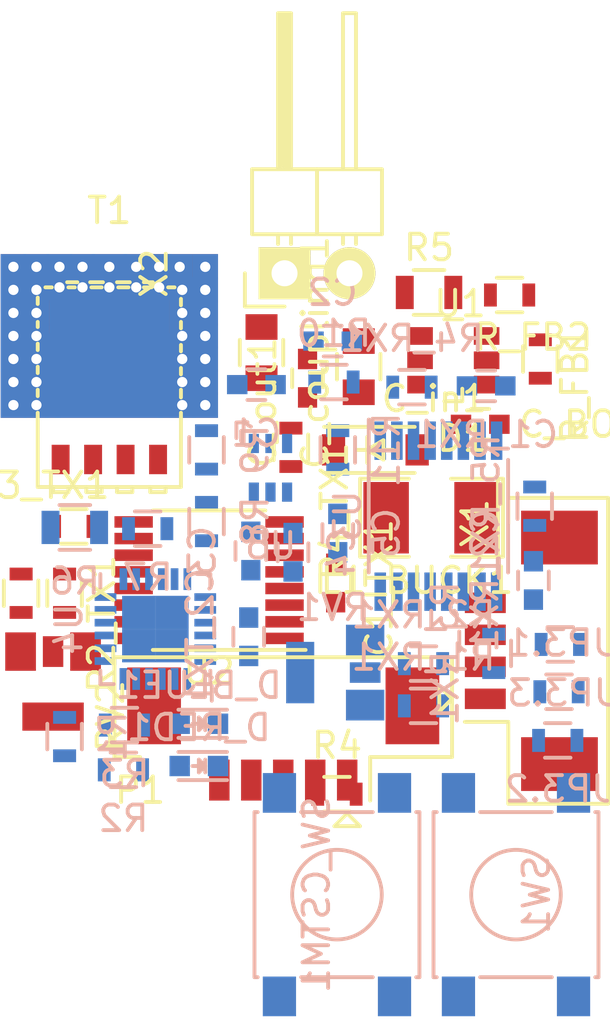
<source format=kicad_pcb>
(kicad_pcb (version 4) (host pcbnew 4.0.2-stable)

  (general
    (links 166)
    (no_connects 162)
    (area 0 0 0 0)
    (thickness 1.6)
    (drawings 0)
    (tracks 0)
    (zones 0)
    (modules 55)
    (nets 67)
  )

  (page A4)
  (layers
    (0 F.Cu signal)
    (31 B.Cu signal)
    (32 B.Adhes user)
    (33 F.Adhes user)
    (34 B.Paste user)
    (35 F.Paste user)
    (36 B.SilkS user hide)
    (37 F.SilkS user hide)
    (38 B.Mask user hide)
    (39 F.Mask user)
    (40 Dwgs.User user)
    (41 Cmts.User user)
    (42 Eco1.User user)
    (43 Eco2.User user)
    (44 Edge.Cuts user)
    (45 Margin user)
    (46 B.CrtYd user)
    (47 F.CrtYd user hide)
    (48 B.Fab user hide)
    (49 F.Fab user hide)
  )

  (setup
    (last_trace_width 0.25)
    (trace_clearance 0.2)
    (zone_clearance 0.508)
    (zone_45_only no)
    (trace_min 0.2)
    (segment_width 0.2)
    (edge_width 0.15)
    (via_size 0.6)
    (via_drill 0.4)
    (via_min_size 0.4)
    (via_min_drill 0.3)
    (uvia_size 0.3)
    (uvia_drill 0.1)
    (uvias_allowed no)
    (uvia_min_size 0.2)
    (uvia_min_drill 0.1)
    (pcb_text_width 0.3)
    (pcb_text_size 1.5 1.5)
    (mod_edge_width 0.15)
    (mod_text_size 1 1)
    (mod_text_width 0.15)
    (pad_size 1.524 1.524)
    (pad_drill 0.762)
    (pad_to_mask_clearance 0.2)
    (aux_axis_origin 0 0)
    (visible_elements 7FFFFFFF)
    (pcbplotparams
      (layerselection 0x00030_80000001)
      (usegerberextensions false)
      (excludeedgelayer true)
      (linewidth 0.100000)
      (plotframeref false)
      (viasonmask false)
      (mode 1)
      (useauxorigin false)
      (hpglpennumber 1)
      (hpglpenspeed 20)
      (hpglpendiameter 15)
      (hpglpenoverlay 2)
      (psnegative false)
      (psa4output false)
      (plotreference true)
      (plotvalue true)
      (plotinvisibletext false)
      (padsonsilk false)
      (subtractmaskfromsilk false)
      (outputformat 1)
      (mirror false)
      (drillshape 1)
      (scaleselection 1)
      (outputdirectory ""))
  )

  (net 0 "")
  (net 1 /coupling)
  (net 2 "Net-(C1_RX1-Pad1)")
  (net 3 "Net-(C1_RX1-Pad2)")
  (net 4 "Net-(C1_TX1-Pad1)")
  (net 5 "Net-(C1_TX1-Pad2)")
  (net 6 "Net-(C2-Pad1)")
  (net 7 GND)
  (net 8 "Net-(C2_RX1-Pad1)")
  (net 9 "Net-(C2_TX1-Pad1)")
  (net 10 +3V3)
  (net 11 "Net-(C5-Pad1)")
  (net 12 "Net-(C5-Pad2)")
  (net 13 "Net-(C_BOOT1-Pad1)")
  (net 14 "Net-(C_BOOT1-Pad2)")
  (net 15 VCC)
  (net 16 /BLUE_ON)
  (net 17 "Net-(D_BLUE1-Pad2)")
  (net 18 /RED_ON)
  (net 19 "Net-(D_RED1-Pad2)")
  (net 20 /JP2)
  (net 21 "Net-(JP3.1-Pad1)")
  (net 22 /VCOin)
  (net 23 "Net-(JP3.2-Pad2)")
  (net 24 "Net-(JP3.3-Pad2)")
  (net 25 "Net-(P1-Pad2)")
  (net 26 "Net-(P1-Pad3)")
  (net 27 "Net-(P1-Pad4)")
  (net 28 "Net-(R1_RX1-Pad2)")
  (net 29 "Net-(R1_RX1-Pad1)")
  (net 30 "Net-(R1_TX1-Pad1)")
  (net 31 "Net-(R1_TX1-Pad2)")
  (net 32 "Net-(R2_RX1-Pad1)")
  (net 33 "Net-(R2_TX1-Pad1)")
  (net 34 /TX1_in)
  (net 35 "Net-(R4-Pad2)")
  (net 36 "Net-(R4_RX1-Pad1)")
  (net 37 "Net-(R4_TX1-Pad2)")
  (net 38 /SHD)
  (net 39 /adc_0)
  (net 40 "Net-(R10-Pad2)")
  (net 41 "Net-(RV1-Pad1)")
  (net 42 "Net-(RV2-Pad1)")
  (net 43 "Net-(R_FB1-Pad2)")
  (net 44 /SW_CSTM)
  (net 45 "Net-(U2-Pad1)")
  (net 46 "Net-(U2-Pad2)")
  (net 47 "Net-(U2-Pad3)")
  (net 48 "Net-(U2-Pad10)")
  (net 49 "Net-(U2-Pad13)")
  (net 50 "Net-(U2-Pad15)")
  (net 51 "Net-(U2-Pad16)")
  (net 52 "Net-(U3-Pad1)")
  (net 53 "Net-(U4-Pad2)")
  (net 54 "Net-(U4-Pad3)")
  (net 55 "Net-(U4-Pad4)")
  (net 56 "Net-(U4-Pad5)")
  (net 57 "Net-(U4-Pad6)")
  (net 58 "Net-(U4-Pad7)")
  (net 59 "Net-(U4-Pad8)")
  (net 60 "Net-(U4-Pad9)")
  (net 61 "Net-(U4-Pad10)")
  (net 62 "Net-(U4-Pad14)")
  (net 63 "Net-(U4-Pad15)")
  (net 64 "Net-(U4-Pad16)")
  (net 65 "Net-(U4-Pad17)")
  (net 66 /RX1_out)

  (net_class Default "This is the default net class."
    (clearance 0.2)
    (trace_width 0.25)
    (via_dia 0.6)
    (via_drill 0.4)
    (uvia_dia 0.3)
    (uvia_drill 0.1)
    (add_net +3V3)
    (add_net /BLUE_ON)
    (add_net /JP2)
    (add_net /RED_ON)
    (add_net /RX1_out)
    (add_net /SHD)
    (add_net /SW_CSTM)
    (add_net /TX1_in)
    (add_net /VCOin)
    (add_net /adc_0)
    (add_net /coupling)
    (add_net GND)
    (add_net "Net-(C1_RX1-Pad1)")
    (add_net "Net-(C1_RX1-Pad2)")
    (add_net "Net-(C1_TX1-Pad1)")
    (add_net "Net-(C1_TX1-Pad2)")
    (add_net "Net-(C2-Pad1)")
    (add_net "Net-(C2_RX1-Pad1)")
    (add_net "Net-(C2_TX1-Pad1)")
    (add_net "Net-(C5-Pad1)")
    (add_net "Net-(C5-Pad2)")
    (add_net "Net-(C_BOOT1-Pad1)")
    (add_net "Net-(C_BOOT1-Pad2)")
    (add_net "Net-(D_BLUE1-Pad2)")
    (add_net "Net-(D_RED1-Pad2)")
    (add_net "Net-(JP3.1-Pad1)")
    (add_net "Net-(JP3.2-Pad2)")
    (add_net "Net-(JP3.3-Pad2)")
    (add_net "Net-(P1-Pad2)")
    (add_net "Net-(P1-Pad3)")
    (add_net "Net-(P1-Pad4)")
    (add_net "Net-(R10-Pad2)")
    (add_net "Net-(R1_RX1-Pad1)")
    (add_net "Net-(R1_RX1-Pad2)")
    (add_net "Net-(R1_TX1-Pad1)")
    (add_net "Net-(R1_TX1-Pad2)")
    (add_net "Net-(R2_RX1-Pad1)")
    (add_net "Net-(R2_TX1-Pad1)")
    (add_net "Net-(R4-Pad2)")
    (add_net "Net-(R4_RX1-Pad1)")
    (add_net "Net-(R4_TX1-Pad2)")
    (add_net "Net-(RV1-Pad1)")
    (add_net "Net-(RV2-Pad1)")
    (add_net "Net-(R_FB1-Pad2)")
    (add_net "Net-(U2-Pad1)")
    (add_net "Net-(U2-Pad10)")
    (add_net "Net-(U2-Pad13)")
    (add_net "Net-(U2-Pad15)")
    (add_net "Net-(U2-Pad16)")
    (add_net "Net-(U2-Pad2)")
    (add_net "Net-(U2-Pad3)")
    (add_net "Net-(U3-Pad1)")
    (add_net "Net-(U4-Pad10)")
    (add_net "Net-(U4-Pad14)")
    (add_net "Net-(U4-Pad15)")
    (add_net "Net-(U4-Pad16)")
    (add_net "Net-(U4-Pad17)")
    (add_net "Net-(U4-Pad2)")
    (add_net "Net-(U4-Pad3)")
    (add_net "Net-(U4-Pad4)")
    (add_net "Net-(U4-Pad5)")
    (add_net "Net-(U4-Pad6)")
    (add_net "Net-(U4-Pad7)")
    (add_net "Net-(U4-Pad8)")
    (add_net "Net-(U4-Pad9)")
    (add_net VCC)
  )

  (module Capacitors_SMD:C_0603 (layer B.Cu) (tedit 5415D631) (tstamp 56E5B85E)
    (at 158.75 80.85)
    (descr "Capacitor SMD 0603, reflow soldering, AVX (see smccp.pdf)")
    (tags "capacitor 0603")
    (path /56E804A0)
    (attr smd)
    (fp_text reference C1 (at 0 1.9) (layer B.SilkS)
      (effects (font (size 1 1) (thickness 0.15)) (justify mirror))
    )
    (fp_text value C_Small (at 0 -1.9) (layer B.Fab)
      (effects (font (size 1 1) (thickness 0.15)) (justify mirror))
    )
    (fp_line (start -1.45 0.75) (end 1.45 0.75) (layer B.CrtYd) (width 0.05))
    (fp_line (start -1.45 -0.75) (end 1.45 -0.75) (layer B.CrtYd) (width 0.05))
    (fp_line (start -1.45 0.75) (end -1.45 -0.75) (layer B.CrtYd) (width 0.05))
    (fp_line (start 1.45 0.75) (end 1.45 -0.75) (layer B.CrtYd) (width 0.05))
    (fp_line (start -0.35 0.6) (end 0.35 0.6) (layer B.SilkS) (width 0.15))
    (fp_line (start 0.35 -0.6) (end -0.35 -0.6) (layer B.SilkS) (width 0.15))
    (pad 1 smd rect (at -0.75 0) (size 0.8 0.75) (layers B.Cu B.Paste B.Mask)
      (net 1 /coupling))
    (pad 2 smd rect (at 0.75 0) (size 0.8 0.75) (layers B.Cu B.Paste B.Mask)
      (net 7 GND))
    (model Capacitors_SMD.3dshapes/C_0603.wrl
      (at (xyz 0 0 0))
      (scale (xyz 1 1 1))
      (rotate (xyz 0 0 0))
    )
  )

  (module Capacitors_SMD:C_0603 (layer B.Cu) (tedit 5415D631) (tstamp 56E5B864)
    (at 167.732228 80.9)
    (descr "Capacitor SMD 0603, reflow soldering, AVX (see smccp.pdf)")
    (tags "capacitor 0603")
    (path /56E02FC0)
    (attr smd)
    (fp_text reference C1_RX1 (at 0 1.9) (layer B.SilkS)
      (effects (font (size 1 1) (thickness 0.15)) (justify mirror))
    )
    (fp_text value C_Small (at 0 -1.9) (layer B.Fab)
      (effects (font (size 1 1) (thickness 0.15)) (justify mirror))
    )
    (fp_line (start -1.45 0.75) (end 1.45 0.75) (layer B.CrtYd) (width 0.05))
    (fp_line (start -1.45 -0.75) (end 1.45 -0.75) (layer B.CrtYd) (width 0.05))
    (fp_line (start -1.45 0.75) (end -1.45 -0.75) (layer B.CrtYd) (width 0.05))
    (fp_line (start 1.45 0.75) (end 1.45 -0.75) (layer B.CrtYd) (width 0.05))
    (fp_line (start -0.35 0.6) (end 0.35 0.6) (layer B.SilkS) (width 0.15))
    (fp_line (start 0.35 -0.6) (end -0.35 -0.6) (layer B.SilkS) (width 0.15))
    (pad 1 smd rect (at -0.75 0) (size 0.8 0.75) (layers B.Cu B.Paste B.Mask)
      (net 2 "Net-(C1_RX1-Pad1)"))
    (pad 2 smd rect (at 0.75 0) (size 0.8 0.75) (layers B.Cu B.Paste B.Mask)
      (net 3 "Net-(C1_RX1-Pad2)"))
    (model Capacitors_SMD.3dshapes/C_0603.wrl
      (at (xyz 0 0 0))
      (scale (xyz 1 1 1))
      (rotate (xyz 0 0 0))
    )
  )

  (module Capacitors_SMD:C_0603 (layer F.Cu) (tedit 5415D631) (tstamp 56E5B86A)
    (at 161.85 88.6 90)
    (descr "Capacitor SMD 0603, reflow soldering, AVX (see smccp.pdf)")
    (tags "capacitor 0603")
    (path /56DE088F)
    (attr smd)
    (fp_text reference C1_TX1 (at -0.2 1.7 90) (layer F.SilkS)
      (effects (font (size 1 1) (thickness 0.15)))
    )
    (fp_text value C_Small (at 0 1.9 90) (layer F.Fab)
      (effects (font (size 1 1) (thickness 0.15)))
    )
    (fp_line (start -1.45 -0.75) (end 1.45 -0.75) (layer F.CrtYd) (width 0.05))
    (fp_line (start -1.45 0.75) (end 1.45 0.75) (layer F.CrtYd) (width 0.05))
    (fp_line (start -1.45 -0.75) (end -1.45 0.75) (layer F.CrtYd) (width 0.05))
    (fp_line (start 1.45 -0.75) (end 1.45 0.75) (layer F.CrtYd) (width 0.05))
    (fp_line (start -0.35 -0.6) (end 0.35 -0.6) (layer F.SilkS) (width 0.15))
    (fp_line (start 0.35 0.6) (end -0.35 0.6) (layer F.SilkS) (width 0.15))
    (pad 1 smd rect (at -0.75 0 90) (size 0.8 0.75) (layers F.Cu F.Paste F.Mask)
      (net 4 "Net-(C1_TX1-Pad1)"))
    (pad 2 smd rect (at 0.75 0 90) (size 0.8 0.75) (layers F.Cu F.Paste F.Mask)
      (net 5 "Net-(C1_TX1-Pad2)"))
    (model Capacitors_SMD.3dshapes/C_0603.wrl
      (at (xyz 0 0 0))
      (scale (xyz 1 1 1))
      (rotate (xyz 0 0 0))
    )
  )

  (module Capacitors_SMD:C_0603 (layer B.Cu) (tedit 5415D631) (tstamp 56E5B870)
    (at 161.732228 79.15 180)
    (descr "Capacitor SMD 0603, reflow soldering, AVX (see smccp.pdf)")
    (tags "capacitor 0603")
    (path /56E85D2B)
    (attr smd)
    (fp_text reference C2 (at 0 1.9 180) (layer B.SilkS)
      (effects (font (size 1 1) (thickness 0.15)) (justify mirror))
    )
    (fp_text value C_Small (at 0 -1.9 180) (layer B.Fab)
      (effects (font (size 1 1) (thickness 0.15)) (justify mirror))
    )
    (fp_line (start -1.45 0.75) (end 1.45 0.75) (layer B.CrtYd) (width 0.05))
    (fp_line (start -1.45 -0.75) (end 1.45 -0.75) (layer B.CrtYd) (width 0.05))
    (fp_line (start -1.45 0.75) (end -1.45 -0.75) (layer B.CrtYd) (width 0.05))
    (fp_line (start 1.45 0.75) (end 1.45 -0.75) (layer B.CrtYd) (width 0.05))
    (fp_line (start -0.35 0.6) (end 0.35 0.6) (layer B.SilkS) (width 0.15))
    (fp_line (start 0.35 -0.6) (end -0.35 -0.6) (layer B.SilkS) (width 0.15))
    (pad 1 smd rect (at -0.75 0 180) (size 0.8 0.75) (layers B.Cu B.Paste B.Mask)
      (net 6 "Net-(C2-Pad1)"))
    (pad 2 smd rect (at 0.75 0 180) (size 0.8 0.75) (layers B.Cu B.Paste B.Mask)
      (net 7 GND))
    (model Capacitors_SMD.3dshapes/C_0603.wrl
      (at (xyz 0 0 0))
      (scale (xyz 1 1 1))
      (rotate (xyz 0 0 0))
    )
  )

  (module Capacitors_SMD:C_0603 (layer B.Cu) (tedit 5415D631) (tstamp 56E5B876)
    (at 169.582228 88.5 270)
    (descr "Capacitor SMD 0603, reflow soldering, AVX (see smccp.pdf)")
    (tags "capacitor 0603")
    (path /56E07C25)
    (attr smd)
    (fp_text reference C2_RX1 (at 0 1.9 270) (layer B.SilkS)
      (effects (font (size 1 1) (thickness 0.15)) (justify mirror))
    )
    (fp_text value C_Small (at 0 -1.9 270) (layer B.Fab)
      (effects (font (size 1 1) (thickness 0.15)) (justify mirror))
    )
    (fp_line (start -1.45 0.75) (end 1.45 0.75) (layer B.CrtYd) (width 0.05))
    (fp_line (start -1.45 -0.75) (end 1.45 -0.75) (layer B.CrtYd) (width 0.05))
    (fp_line (start -1.45 0.75) (end -1.45 -0.75) (layer B.CrtYd) (width 0.05))
    (fp_line (start 1.45 0.75) (end 1.45 -0.75) (layer B.CrtYd) (width 0.05))
    (fp_line (start -0.35 0.6) (end 0.35 0.6) (layer B.SilkS) (width 0.15))
    (fp_line (start 0.35 -0.6) (end -0.35 -0.6) (layer B.SilkS) (width 0.15))
    (pad 1 smd rect (at -0.75 0 270) (size 0.8 0.75) (layers B.Cu B.Paste B.Mask)
      (net 8 "Net-(C2_RX1-Pad1)"))
    (pad 2 smd rect (at 0.75 0 270) (size 0.8 0.75) (layers B.Cu B.Paste B.Mask)
      (net 7 GND))
    (model Capacitors_SMD.3dshapes/C_0603.wrl
      (at (xyz 0 0 0))
      (scale (xyz 1 1 1))
      (rotate (xyz 0 0 0))
    )
  )

  (module Capacitors_SMD:C_0603 (layer B.Cu) (tedit 5415D631) (tstamp 56E5B87C)
    (at 158.45 90.7 270)
    (descr "Capacitor SMD 0603, reflow soldering, AVX (see smccp.pdf)")
    (tags "capacitor 0603")
    (path /56DE1352)
    (attr smd)
    (fp_text reference C2_TX1 (at 0 1.9 270) (layer B.SilkS)
      (effects (font (size 1 1) (thickness 0.15)) (justify mirror))
    )
    (fp_text value C_Small (at 0 -1.9 270) (layer B.Fab)
      (effects (font (size 1 1) (thickness 0.15)) (justify mirror))
    )
    (fp_line (start -1.45 0.75) (end 1.45 0.75) (layer B.CrtYd) (width 0.05))
    (fp_line (start -1.45 -0.75) (end 1.45 -0.75) (layer B.CrtYd) (width 0.05))
    (fp_line (start -1.45 0.75) (end -1.45 -0.75) (layer B.CrtYd) (width 0.05))
    (fp_line (start 1.45 0.75) (end 1.45 -0.75) (layer B.CrtYd) (width 0.05))
    (fp_line (start -0.35 0.6) (end 0.35 0.6) (layer B.SilkS) (width 0.15))
    (fp_line (start 0.35 -0.6) (end -0.35 -0.6) (layer B.SilkS) (width 0.15))
    (pad 1 smd rect (at -0.75 0 270) (size 0.8 0.75) (layers B.Cu B.Paste B.Mask)
      (net 9 "Net-(C2_TX1-Pad1)"))
    (pad 2 smd rect (at 0.75 0 270) (size 0.8 0.75) (layers B.Cu B.Paste B.Mask)
      (net 7 GND))
    (model Capacitors_SMD.3dshapes/C_0603.wrl
      (at (xyz 0 0 0))
      (scale (xyz 1 1 1))
      (rotate (xyz 0 0 0))
    )
  )

  (module Capacitors_SMD:C_0603 (layer B.Cu) (tedit 5415D631) (tstamp 56E5B882)
    (at 158.532228 87.35 270)
    (descr "Capacitor SMD 0603, reflow soldering, AVX (see smccp.pdf)")
    (tags "capacitor 0603")
    (path /56E800CE)
    (attr smd)
    (fp_text reference C3 (at 0 1.9 270) (layer B.SilkS)
      (effects (font (size 1 1) (thickness 0.15)) (justify mirror))
    )
    (fp_text value 0.1u (at 0 -1.9 270) (layer B.Fab)
      (effects (font (size 1 1) (thickness 0.15)) (justify mirror))
    )
    (fp_line (start -1.45 0.75) (end 1.45 0.75) (layer B.CrtYd) (width 0.05))
    (fp_line (start -1.45 -0.75) (end 1.45 -0.75) (layer B.CrtYd) (width 0.05))
    (fp_line (start -1.45 0.75) (end -1.45 -0.75) (layer B.CrtYd) (width 0.05))
    (fp_line (start 1.45 0.75) (end 1.45 -0.75) (layer B.CrtYd) (width 0.05))
    (fp_line (start -0.35 0.6) (end 0.35 0.6) (layer B.SilkS) (width 0.15))
    (fp_line (start 0.35 -0.6) (end -0.35 -0.6) (layer B.SilkS) (width 0.15))
    (pad 1 smd rect (at -0.75 0 270) (size 0.8 0.75) (layers B.Cu B.Paste B.Mask)
      (net 10 +3V3))
    (pad 2 smd rect (at 0.75 0 270) (size 0.8 0.75) (layers B.Cu B.Paste B.Mask)
      (net 7 GND))
    (model Capacitors_SMD.3dshapes/C_0603.wrl
      (at (xyz 0 0 0))
      (scale (xyz 1 1 1))
      (rotate (xyz 0 0 0))
    )
  )

  (module Capacitors_SMD:C_0603 (layer B.Cu) (tedit 5415D631) (tstamp 56E5B888)
    (at 160.182228 87.4 90)
    (descr "Capacitor SMD 0603, reflow soldering, AVX (see smccp.pdf)")
    (tags "capacitor 0603")
    (path /56E80191)
    (attr smd)
    (fp_text reference C4 (at 0 1.9 90) (layer B.SilkS)
      (effects (font (size 1 1) (thickness 0.15)) (justify mirror))
    )
    (fp_text value 1u (at 0 -1.9 90) (layer B.Fab)
      (effects (font (size 1 1) (thickness 0.15)) (justify mirror))
    )
    (fp_line (start -1.45 0.75) (end 1.45 0.75) (layer B.CrtYd) (width 0.05))
    (fp_line (start -1.45 -0.75) (end 1.45 -0.75) (layer B.CrtYd) (width 0.05))
    (fp_line (start -1.45 0.75) (end -1.45 -0.75) (layer B.CrtYd) (width 0.05))
    (fp_line (start 1.45 0.75) (end 1.45 -0.75) (layer B.CrtYd) (width 0.05))
    (fp_line (start -0.35 0.6) (end 0.35 0.6) (layer B.SilkS) (width 0.15))
    (fp_line (start 0.35 -0.6) (end -0.35 -0.6) (layer B.SilkS) (width 0.15))
    (pad 1 smd rect (at -0.75 0 90) (size 0.8 0.75) (layers B.Cu B.Paste B.Mask)
      (net 7 GND))
    (pad 2 smd rect (at 0.75 0 90) (size 0.8 0.75) (layers B.Cu B.Paste B.Mask)
      (net 10 +3V3))
    (model Capacitors_SMD.3dshapes/C_0603.wrl
      (at (xyz 0 0 0))
      (scale (xyz 1 1 1))
      (rotate (xyz 0 0 0))
    )
  )

  (module Capacitors_SMD:C_0603 (layer B.Cu) (tedit 5415D631) (tstamp 56E5B88E)
    (at 161.932228 86.65 90)
    (descr "Capacitor SMD 0603, reflow soldering, AVX (see smccp.pdf)")
    (tags "capacitor 0603")
    (path /56E8192C)
    (attr smd)
    (fp_text reference C5 (at 0 1.9 90) (layer B.SilkS)
      (effects (font (size 1 1) (thickness 0.15)) (justify mirror))
    )
    (fp_text value C_Small (at 0 -1.9 90) (layer B.Fab)
      (effects (font (size 1 1) (thickness 0.15)) (justify mirror))
    )
    (fp_line (start -1.45 0.75) (end 1.45 0.75) (layer B.CrtYd) (width 0.05))
    (fp_line (start -1.45 -0.75) (end 1.45 -0.75) (layer B.CrtYd) (width 0.05))
    (fp_line (start -1.45 0.75) (end -1.45 -0.75) (layer B.CrtYd) (width 0.05))
    (fp_line (start 1.45 0.75) (end 1.45 -0.75) (layer B.CrtYd) (width 0.05))
    (fp_line (start -0.35 0.6) (end 0.35 0.6) (layer B.SilkS) (width 0.15))
    (fp_line (start 0.35 -0.6) (end -0.35 -0.6) (layer B.SilkS) (width 0.15))
    (pad 1 smd rect (at -0.75 0 90) (size 0.8 0.75) (layers B.Cu B.Paste B.Mask)
      (net 11 "Net-(C5-Pad1)"))
    (pad 2 smd rect (at 0.75 0 90) (size 0.8 0.75) (layers B.Cu B.Paste B.Mask)
      (net 12 "Net-(C5-Pad2)"))
    (model Capacitors_SMD.3dshapes/C_0603.wrl
      (at (xyz 0 0 0))
      (scale (xyz 1 1 1))
      (rotate (xyz 0 0 0))
    )
  )

  (module Capacitors_SMD:C_0603 (layer F.Cu) (tedit 5415D631) (tstamp 56E5B894)
    (at 167.5 82.4 180)
    (descr "Capacitor SMD 0603, reflow soldering, AVX (see smccp.pdf)")
    (tags "capacitor 0603")
    (path /56E0777A)
    (attr smd)
    (fp_text reference C_BOOT1 (at -4.8 0 180) (layer F.SilkS)
      (effects (font (size 1 1) (thickness 0.15)))
    )
    (fp_text value 100nF (at 0 1.9 180) (layer F.Fab)
      (effects (font (size 1 1) (thickness 0.15)))
    )
    (fp_line (start -1.45 -0.75) (end 1.45 -0.75) (layer F.CrtYd) (width 0.05))
    (fp_line (start -1.45 0.75) (end 1.45 0.75) (layer F.CrtYd) (width 0.05))
    (fp_line (start -1.45 -0.75) (end -1.45 0.75) (layer F.CrtYd) (width 0.05))
    (fp_line (start 1.45 -0.75) (end 1.45 0.75) (layer F.CrtYd) (width 0.05))
    (fp_line (start -0.35 -0.6) (end 0.35 -0.6) (layer F.SilkS) (width 0.15))
    (fp_line (start 0.35 0.6) (end -0.35 0.6) (layer F.SilkS) (width 0.15))
    (pad 1 smd rect (at -0.75 0 180) (size 0.8 0.75) (layers F.Cu F.Paste F.Mask)
      (net 13 "Net-(C_BOOT1-Pad1)"))
    (pad 2 smd rect (at 0.75 0 180) (size 0.8 0.75) (layers F.Cu F.Paste F.Mask)
      (net 14 "Net-(C_BOOT1-Pad2)"))
    (model Capacitors_SMD.3dshapes/C_0603.wrl
      (at (xyz 0 0 0))
      (scale (xyz 1 1 1))
      (rotate (xyz 0 0 0))
    )
  )

  (module Capacitors_SMD:C_0805 (layer F.Cu) (tedit 5415D6EA) (tstamp 56E5B89A)
    (at 158.95 79.6 270)
    (descr "Capacitor SMD 0805, reflow soldering, AVX (see smccp.pdf)")
    (tags "capacitor 0805")
    (path /56E566D3)
    (attr smd)
    (fp_text reference C_coupling1 (at 0 -2.1 270) (layer F.SilkS)
      (effects (font (size 1 1) (thickness 0.15)))
    )
    (fp_text value C_Small (at 0 2.1 270) (layer F.Fab)
      (effects (font (size 1 1) (thickness 0.15)))
    )
    (fp_line (start -1.8 -1) (end 1.8 -1) (layer F.CrtYd) (width 0.05))
    (fp_line (start -1.8 1) (end 1.8 1) (layer F.CrtYd) (width 0.05))
    (fp_line (start -1.8 -1) (end -1.8 1) (layer F.CrtYd) (width 0.05))
    (fp_line (start 1.8 -1) (end 1.8 1) (layer F.CrtYd) (width 0.05))
    (fp_line (start 0.5 -0.85) (end -0.5 -0.85) (layer F.SilkS) (width 0.15))
    (fp_line (start -0.5 0.85) (end 0.5 0.85) (layer F.SilkS) (width 0.15))
    (pad 1 smd rect (at -1 0 270) (size 1 1.25) (layers F.Cu F.Paste F.Mask)
      (net 15 VCC))
    (pad 2 smd rect (at 1 0 270) (size 1 1.25) (layers F.Cu F.Paste F.Mask)
      (net 1 /coupling))
    (model Capacitors_SMD.3dshapes/C_0805.wrl
      (at (xyz 0 0 0))
      (scale (xyz 1 1 1))
      (rotate (xyz 0 0 0))
    )
  )

  (module Capacitors_SMD:C_0805 (layer F.Cu) (tedit 5415D6EA) (tstamp 56E5B8A0)
    (at 162.75 80.15 270)
    (descr "Capacitor SMD 0805, reflow soldering, AVX (see smccp.pdf)")
    (tags "capacitor 0805")
    (path /56E0768A)
    (attr smd)
    (fp_text reference C_in1 (at 1.25 -2.95 360) (layer F.SilkS)
      (effects (font (size 1 1) (thickness 0.15)))
    )
    (fp_text value 2.2uF (at 0 2.1 270) (layer F.Fab)
      (effects (font (size 1 1) (thickness 0.15)))
    )
    (fp_line (start -1.8 -1) (end 1.8 -1) (layer F.CrtYd) (width 0.05))
    (fp_line (start -1.8 1) (end 1.8 1) (layer F.CrtYd) (width 0.05))
    (fp_line (start -1.8 -1) (end -1.8 1) (layer F.CrtYd) (width 0.05))
    (fp_line (start 1.8 -1) (end 1.8 1) (layer F.CrtYd) (width 0.05))
    (fp_line (start 0.5 -0.85) (end -0.5 -0.85) (layer F.SilkS) (width 0.15))
    (fp_line (start -0.5 0.85) (end 0.5 0.85) (layer F.SilkS) (width 0.15))
    (pad 1 smd rect (at -1 0 270) (size 1 1.25) (layers F.Cu F.Paste F.Mask)
      (net 15 VCC))
    (pad 2 smd rect (at 1 0 270) (size 1 1.25) (layers F.Cu F.Paste F.Mask)
      (net 7 GND))
    (model Capacitors_SMD.3dshapes/C_0805.wrl
      (at (xyz 0 0 0))
      (scale (xyz 1 1 1))
      (rotate (xyz 0 0 0))
    )
  )

  (module Capacitors_SMD:C_0603 (layer F.Cu) (tedit 5415D631) (tstamp 56E5B8A6)
    (at 160.75 80.6 90)
    (descr "Capacitor SMD 0603, reflow soldering, AVX (see smccp.pdf)")
    (tags "capacitor 0603")
    (path /56E077C7)
    (attr smd)
    (fp_text reference C_out1 (at -0.95 -1.75 90) (layer F.SilkS)
      (effects (font (size 1 1) (thickness 0.15)))
    )
    (fp_text value 10uF (at 0 1.9 90) (layer F.Fab)
      (effects (font (size 1 1) (thickness 0.15)))
    )
    (fp_line (start -1.45 -0.75) (end 1.45 -0.75) (layer F.CrtYd) (width 0.05))
    (fp_line (start -1.45 0.75) (end 1.45 0.75) (layer F.CrtYd) (width 0.05))
    (fp_line (start -1.45 -0.75) (end -1.45 0.75) (layer F.CrtYd) (width 0.05))
    (fp_line (start 1.45 -0.75) (end 1.45 0.75) (layer F.CrtYd) (width 0.05))
    (fp_line (start -0.35 -0.6) (end 0.35 -0.6) (layer F.SilkS) (width 0.15))
    (fp_line (start 0.35 0.6) (end -0.35 0.6) (layer F.SilkS) (width 0.15))
    (pad 1 smd rect (at -0.75 0 90) (size 0.8 0.75) (layers F.Cu F.Paste F.Mask)
      (net 10 +3V3))
    (pad 2 smd rect (at 0.75 0 90) (size 0.8 0.75) (layers F.Cu F.Paste F.Mask)
      (net 7 GND))
    (model Capacitors_SMD.3dshapes/C_0603.wrl
      (at (xyz 0 0 0))
      (scale (xyz 1 1 1))
      (rotate (xyz 0 0 0))
    )
  )

  (module Diodes_SMD:SOD-123 (layer F.Cu) (tedit 5530FCB9) (tstamp 56E5B8AC)
    (at 163.4 83.4)
    (descr SOD-123)
    (tags SOD-123)
    (path /56E393B2)
    (attr smd)
    (fp_text reference D1 (at 3.4 -0.45) (layer F.SilkS)
      (effects (font (size 1 1) (thickness 0.15)))
    )
    (fp_text value D_Schottky_Small (at 0 2.1) (layer F.Fab)
      (effects (font (size 1 1) (thickness 0.15)))
    )
    (fp_line (start 0.3175 0) (end 0.6985 0) (layer F.SilkS) (width 0.15))
    (fp_line (start -0.6985 0) (end -0.3175 0) (layer F.SilkS) (width 0.15))
    (fp_line (start -0.3175 0) (end 0.3175 -0.381) (layer F.SilkS) (width 0.15))
    (fp_line (start 0.3175 -0.381) (end 0.3175 0.381) (layer F.SilkS) (width 0.15))
    (fp_line (start 0.3175 0.381) (end -0.3175 0) (layer F.SilkS) (width 0.15))
    (fp_line (start -0.3175 -0.508) (end -0.3175 0.508) (layer F.SilkS) (width 0.15))
    (fp_line (start -2.25 -1.05) (end 2.25 -1.05) (layer F.CrtYd) (width 0.05))
    (fp_line (start 2.25 -1.05) (end 2.25 1.05) (layer F.CrtYd) (width 0.05))
    (fp_line (start 2.25 1.05) (end -2.25 1.05) (layer F.CrtYd) (width 0.05))
    (fp_line (start -2.25 -1.05) (end -2.25 1.05) (layer F.CrtYd) (width 0.05))
    (fp_line (start -2 0.9) (end 1.54 0.9) (layer F.SilkS) (width 0.15))
    (fp_line (start -2 -0.9) (end 1.54 -0.9) (layer F.SilkS) (width 0.15))
    (pad 1 smd rect (at -1.635 0) (size 0.91 1.22) (layers F.Cu F.Paste F.Mask)
      (net 14 "Net-(C_BOOT1-Pad2)"))
    (pad 2 smd rect (at 1.635 0) (size 0.91 1.22) (layers F.Cu F.Paste F.Mask)
      (net 7 GND))
  )

  (module Resistors_SMD:R_0603 (layer B.Cu) (tedit 5415CC62) (tstamp 56E5B8C4)
    (at 170.582228 92.85 180)
    (descr "Resistor SMD 0603, reflow soldering, Vishay (see dcrcw.pdf)")
    (tags "resistor 0603")
    (path /56E02E94)
    (attr smd)
    (fp_text reference JP3.1 (at 0 1.9 180) (layer B.SilkS)
      (effects (font (size 1 1) (thickness 0.15)) (justify mirror))
    )
    (fp_text value R_Small (at 0 -1.9 180) (layer B.Fab)
      (effects (font (size 1 1) (thickness 0.15)) (justify mirror))
    )
    (fp_line (start -1.3 0.8) (end 1.3 0.8) (layer B.CrtYd) (width 0.05))
    (fp_line (start -1.3 -0.8) (end 1.3 -0.8) (layer B.CrtYd) (width 0.05))
    (fp_line (start -1.3 0.8) (end -1.3 -0.8) (layer B.CrtYd) (width 0.05))
    (fp_line (start 1.3 0.8) (end 1.3 -0.8) (layer B.CrtYd) (width 0.05))
    (fp_line (start 0.5 -0.675) (end -0.5 -0.675) (layer B.SilkS) (width 0.15))
    (fp_line (start -0.5 0.675) (end 0.5 0.675) (layer B.SilkS) (width 0.15))
    (pad 1 smd rect (at -0.75 0 180) (size 0.5 0.9) (layers B.Cu B.Paste B.Mask)
      (net 21 "Net-(JP3.1-Pad1)"))
    (pad 2 smd rect (at 0.75 0 180) (size 0.5 0.9) (layers B.Cu B.Paste B.Mask)
      (net 22 /VCOin))
    (model Resistors_SMD.3dshapes/R_0603.wrl
      (at (xyz 0 0 0))
      (scale (xyz 1 1 1))
      (rotate (xyz 0 0 0))
    )
  )

  (module Resistors_SMD:R_0603 (layer B.Cu) (tedit 5415CC62) (tstamp 56E5B8CA)
    (at 170.532228 94.75)
    (descr "Resistor SMD 0603, reflow soldering, Vishay (see dcrcw.pdf)")
    (tags "resistor 0603")
    (path /56E06C5D)
    (attr smd)
    (fp_text reference JP3.2 (at 0 1.9) (layer B.SilkS)
      (effects (font (size 1 1) (thickness 0.15)) (justify mirror))
    )
    (fp_text value R_Small (at 0 -1.9) (layer B.Fab)
      (effects (font (size 1 1) (thickness 0.15)) (justify mirror))
    )
    (fp_line (start -1.3 0.8) (end 1.3 0.8) (layer B.CrtYd) (width 0.05))
    (fp_line (start -1.3 -0.8) (end 1.3 -0.8) (layer B.CrtYd) (width 0.05))
    (fp_line (start -1.3 0.8) (end -1.3 -0.8) (layer B.CrtYd) (width 0.05))
    (fp_line (start 1.3 0.8) (end 1.3 -0.8) (layer B.CrtYd) (width 0.05))
    (fp_line (start 0.5 -0.675) (end -0.5 -0.675) (layer B.SilkS) (width 0.15))
    (fp_line (start -0.5 0.675) (end 0.5 0.675) (layer B.SilkS) (width 0.15))
    (pad 1 smd rect (at -0.75 0) (size 0.5 0.9) (layers B.Cu B.Paste B.Mask)
      (net 22 /VCOin))
    (pad 2 smd rect (at 0.75 0) (size 0.5 0.9) (layers B.Cu B.Paste B.Mask)
      (net 23 "Net-(JP3.2-Pad2)"))
    (model Resistors_SMD.3dshapes/R_0603.wrl
      (at (xyz 0 0 0))
      (scale (xyz 1 1 1))
      (rotate (xyz 0 0 0))
    )
  )

  (module Resistors_SMD:R_0603 (layer B.Cu) (tedit 5415CC62) (tstamp 56E5B8D0)
    (at 170.632228 91)
    (descr "Resistor SMD 0603, reflow soldering, Vishay (see dcrcw.pdf)")
    (tags "resistor 0603")
    (path /56E06CBA)
    (attr smd)
    (fp_text reference JP3.3 (at 0 1.9) (layer B.SilkS)
      (effects (font (size 1 1) (thickness 0.15)) (justify mirror))
    )
    (fp_text value R_Small (at 0 -1.9) (layer B.Fab)
      (effects (font (size 1 1) (thickness 0.15)) (justify mirror))
    )
    (fp_line (start -1.3 0.8) (end 1.3 0.8) (layer B.CrtYd) (width 0.05))
    (fp_line (start -1.3 -0.8) (end 1.3 -0.8) (layer B.CrtYd) (width 0.05))
    (fp_line (start -1.3 0.8) (end -1.3 -0.8) (layer B.CrtYd) (width 0.05))
    (fp_line (start 1.3 0.8) (end 1.3 -0.8) (layer B.CrtYd) (width 0.05))
    (fp_line (start 0.5 -0.675) (end -0.5 -0.675) (layer B.SilkS) (width 0.15))
    (fp_line (start -0.5 0.675) (end 0.5 0.675) (layer B.SilkS) (width 0.15))
    (pad 1 smd rect (at -0.75 0) (size 0.5 0.9) (layers B.Cu B.Paste B.Mask)
      (net 22 /VCOin))
    (pad 2 smd rect (at 0.75 0) (size 0.5 0.9) (layers B.Cu B.Paste B.Mask)
      (net 24 "Net-(JP3.3-Pad2)"))
    (model Resistors_SMD.3dshapes/R_0603.wrl
      (at (xyz 0 0 0))
      (scale (xyz 1 1 1))
      (rotate (xyz 0 0 0))
    )
  )

  (module SMD_Packages:SMD-1210_Pol (layer F.Cu) (tedit 0) (tstamp 56E5B8D6)
    (at 165.6 86.05 180)
    (tags "CMS SM")
    (path /56E07BCB)
    (attr smd)
    (fp_text reference L1_BUCK1 (at 0.572 -2.45 180) (layer F.SilkS)
      (effects (font (size 1 1) (thickness 0.15)))
    )
    (fp_text value 22uH (at 0 0.762 180) (layer F.Fab)
      (effects (font (size 1 1) (thickness 0.15)))
    )
    (fp_line (start -2.794 -1.524) (end -2.794 1.524) (layer F.SilkS) (width 0.15))
    (fp_line (start 0.889 1.524) (end 2.794 1.524) (layer F.SilkS) (width 0.15))
    (fp_line (start 2.794 1.524) (end 2.794 -1.524) (layer F.SilkS) (width 0.15))
    (fp_line (start 2.794 -1.524) (end 0.889 -1.524) (layer F.SilkS) (width 0.15))
    (fp_line (start -0.762 -1.524) (end -2.794 -1.524) (layer F.SilkS) (width 0.15))
    (fp_line (start -2.594 -1.524) (end -2.594 1.524) (layer F.SilkS) (width 0.15))
    (fp_line (start -2.794 1.524) (end -0.762 1.524) (layer F.SilkS) (width 0.15))
    (pad 1 smd rect (at -1.778 0 180) (size 1.778 2.794) (layers F.Cu F.Paste F.Mask)
      (net 14 "Net-(C_BOOT1-Pad2)"))
    (pad 2 smd rect (at 1.778 0 180) (size 1.778 2.794) (layers F.Cu F.Paste F.Mask)
      (net 10 +3V3))
    (model SMD_Packages.3dshapes/SMD-1210_Pol.wrl
      (at (xyz 0 0 0))
      (scale (xyz 0.2 0.2 0.2))
      (rotate (xyz 0 0 0))
    )
  )

  (module Resistors_SMD:R_0603 (layer F.Cu) (tedit 5415CC62) (tstamp 56E5B8F1)
    (at 149.55 89 270)
    (descr "Resistor SMD 0603, reflow soldering, Vishay (see dcrcw.pdf)")
    (tags "resistor 0603")
    (path /56DE14BB)
    (attr smd)
    (fp_text reference R1_TX1 (at -1 1.65 450) (layer F.SilkS)
      (effects (font (size 1 1) (thickness 0.15)))
    )
    (fp_text value R_Small (at 0 1.9 270) (layer F.Fab)
      (effects (font (size 1 1) (thickness 0.15)))
    )
    (fp_line (start -1.3 -0.8) (end 1.3 -0.8) (layer F.CrtYd) (width 0.05))
    (fp_line (start -1.3 0.8) (end 1.3 0.8) (layer F.CrtYd) (width 0.05))
    (fp_line (start -1.3 -0.8) (end -1.3 0.8) (layer F.CrtYd) (width 0.05))
    (fp_line (start 1.3 -0.8) (end 1.3 0.8) (layer F.CrtYd) (width 0.05))
    (fp_line (start 0.5 0.675) (end -0.5 0.675) (layer F.SilkS) (width 0.15))
    (fp_line (start -0.5 -0.675) (end 0.5 -0.675) (layer F.SilkS) (width 0.15))
    (pad 1 smd rect (at -0.75 0 270) (size 0.5 0.9) (layers F.Cu F.Paste F.Mask)
      (net 30 "Net-(R1_TX1-Pad1)"))
    (pad 2 smd rect (at 0.75 0 270) (size 0.5 0.9) (layers F.Cu F.Paste F.Mask)
      (net 31 "Net-(R1_TX1-Pad2)"))
    (model Resistors_SMD.3dshapes/R_0603.wrl
      (at (xyz 0 0 0))
      (scale (xyz 1 1 1))
      (rotate (xyz 0 0 0))
    )
  )

  (module Resistors_SMD:R_0603 (layer B.Cu) (tedit 5415CC62) (tstamp 56E5B8F7)
    (at 153.55 95.9)
    (descr "Resistor SMD 0603, reflow soldering, Vishay (see dcrcw.pdf)")
    (tags "resistor 0603")
    (path /56E1CAA4)
    (attr smd)
    (fp_text reference R2 (at 0 1.9) (layer B.SilkS)
      (effects (font (size 1 1) (thickness 0.15)) (justify mirror))
    )
    (fp_text value 100 (at 0 -1.9) (layer B.Fab)
      (effects (font (size 1 1) (thickness 0.15)) (justify mirror))
    )
    (fp_line (start -1.3 0.8) (end 1.3 0.8) (layer B.CrtYd) (width 0.05))
    (fp_line (start -1.3 -0.8) (end 1.3 -0.8) (layer B.CrtYd) (width 0.05))
    (fp_line (start -1.3 0.8) (end -1.3 -0.8) (layer B.CrtYd) (width 0.05))
    (fp_line (start 1.3 0.8) (end 1.3 -0.8) (layer B.CrtYd) (width 0.05))
    (fp_line (start 0.5 -0.675) (end -0.5 -0.675) (layer B.SilkS) (width 0.15))
    (fp_line (start -0.5 0.675) (end 0.5 0.675) (layer B.SilkS) (width 0.15))
    (pad 1 smd rect (at -0.75 0) (size 0.5 0.9) (layers B.Cu B.Paste B.Mask)
      (net 10 +3V3))
    (pad 2 smd rect (at 0.75 0) (size 0.5 0.9) (layers B.Cu B.Paste B.Mask)
      (net 19 "Net-(D_RED1-Pad2)"))
    (model Resistors_SMD.3dshapes/R_0603.wrl
      (at (xyz 0 0 0))
      (scale (xyz 1 1 1))
      (rotate (xyz 0 0 0))
    )
  )

  (module Resistors_SMD:R_0603 (layer B.Cu) (tedit 5415CC62) (tstamp 56E5B8FD)
    (at 165.282228 91.75 180)
    (descr "Resistor SMD 0603, reflow soldering, Vishay (see dcrcw.pdf)")
    (tags "resistor 0603")
    (path /56E02F27)
    (attr smd)
    (fp_text reference R2_RX1 (at 0 1.9 180) (layer B.SilkS)
      (effects (font (size 1 1) (thickness 0.15)) (justify mirror))
    )
    (fp_text value R_Small (at 0 -1.9 180) (layer B.Fab)
      (effects (font (size 1 1) (thickness 0.15)) (justify mirror))
    )
    (fp_line (start -1.3 0.8) (end 1.3 0.8) (layer B.CrtYd) (width 0.05))
    (fp_line (start -1.3 -0.8) (end 1.3 -0.8) (layer B.CrtYd) (width 0.05))
    (fp_line (start -1.3 0.8) (end -1.3 -0.8) (layer B.CrtYd) (width 0.05))
    (fp_line (start 1.3 0.8) (end 1.3 -0.8) (layer B.CrtYd) (width 0.05))
    (fp_line (start 0.5 -0.675) (end -0.5 -0.675) (layer B.SilkS) (width 0.15))
    (fp_line (start -0.5 0.675) (end 0.5 0.675) (layer B.SilkS) (width 0.15))
    (pad 1 smd rect (at -0.75 0 180) (size 0.5 0.9) (layers B.Cu B.Paste B.Mask)
      (net 32 "Net-(R2_RX1-Pad1)"))
    (pad 2 smd rect (at 0.75 0 180) (size 0.5 0.9) (layers B.Cu B.Paste B.Mask)
      (net 7 GND))
    (model Resistors_SMD.3dshapes/R_0603.wrl
      (at (xyz 0 0 0))
      (scale (xyz 1 1 1))
      (rotate (xyz 0 0 0))
    )
  )

  (module Resistors_SMD:R_0603 (layer F.Cu) (tedit 5415CC62) (tstamp 56E5B903)
    (at 151.25 89 270)
    (descr "Resistor SMD 0603, reflow soldering, Vishay (see dcrcw.pdf)")
    (tags "resistor 0603")
    (path /56DE15BE)
    (attr smd)
    (fp_text reference R2_TX1 (at 1.2 -1.45 450) (layer F.SilkS)
      (effects (font (size 1 1) (thickness 0.15)))
    )
    (fp_text value R_Small (at 0 1.9 270) (layer F.Fab)
      (effects (font (size 1 1) (thickness 0.15)))
    )
    (fp_line (start -1.3 -0.8) (end 1.3 -0.8) (layer F.CrtYd) (width 0.05))
    (fp_line (start -1.3 0.8) (end 1.3 0.8) (layer F.CrtYd) (width 0.05))
    (fp_line (start -1.3 -0.8) (end -1.3 0.8) (layer F.CrtYd) (width 0.05))
    (fp_line (start 1.3 -0.8) (end 1.3 0.8) (layer F.CrtYd) (width 0.05))
    (fp_line (start 0.5 0.675) (end -0.5 0.675) (layer F.SilkS) (width 0.15))
    (fp_line (start -0.5 -0.675) (end 0.5 -0.675) (layer F.SilkS) (width 0.15))
    (pad 1 smd rect (at -0.75 0 270) (size 0.5 0.9) (layers F.Cu F.Paste F.Mask)
      (net 33 "Net-(R2_TX1-Pad1)"))
    (pad 2 smd rect (at 0.75 0 270) (size 0.5 0.9) (layers F.Cu F.Paste F.Mask)
      (net 7 GND))
    (model Resistors_SMD.3dshapes/R_0603.wrl
      (at (xyz 0 0 0))
      (scale (xyz 1 1 1))
      (rotate (xyz 0 0 0))
    )
  )

  (module Resistors_SMD:R_0603 (layer B.Cu) (tedit 5415CC62) (tstamp 56E5B909)
    (at 153.59 94.15)
    (descr "Resistor SMD 0603, reflow soldering, Vishay (see dcrcw.pdf)")
    (tags "resistor 0603")
    (path /56E1CB75)
    (attr smd)
    (fp_text reference R3 (at 0 1.9) (layer B.SilkS)
      (effects (font (size 1 1) (thickness 0.15)) (justify mirror))
    )
    (fp_text value 100 (at 0 -1.9) (layer B.Fab)
      (effects (font (size 1 1) (thickness 0.15)) (justify mirror))
    )
    (fp_line (start -1.3 0.8) (end 1.3 0.8) (layer B.CrtYd) (width 0.05))
    (fp_line (start -1.3 -0.8) (end 1.3 -0.8) (layer B.CrtYd) (width 0.05))
    (fp_line (start -1.3 0.8) (end -1.3 -0.8) (layer B.CrtYd) (width 0.05))
    (fp_line (start 1.3 0.8) (end 1.3 -0.8) (layer B.CrtYd) (width 0.05))
    (fp_line (start 0.5 -0.675) (end -0.5 -0.675) (layer B.SilkS) (width 0.15))
    (fp_line (start -0.5 0.675) (end 0.5 0.675) (layer B.SilkS) (width 0.15))
    (pad 1 smd rect (at -0.75 0) (size 0.5 0.9) (layers B.Cu B.Paste B.Mask)
      (net 10 +3V3))
    (pad 2 smd rect (at 0.75 0) (size 0.5 0.9) (layers B.Cu B.Paste B.Mask)
      (net 17 "Net-(D_BLUE1-Pad2)"))
    (model Resistors_SMD.3dshapes/R_0603.wrl
      (at (xyz 0 0 0))
      (scale (xyz 1 1 1))
      (rotate (xyz 0 0 0))
    )
  )

  (module Resistors_SMD:R_0603 (layer B.Cu) (tedit 5415CC62) (tstamp 56E5B90F)
    (at 168.032228 91.35 270)
    (descr "Resistor SMD 0603, reflow soldering, Vishay (see dcrcw.pdf)")
    (tags "resistor 0603")
    (path /56E031DD)
    (attr smd)
    (fp_text reference R3_RX1 (at 0 1.9 270) (layer B.SilkS)
      (effects (font (size 1 1) (thickness 0.15)) (justify mirror))
    )
    (fp_text value R_Small (at 0 -1.9 270) (layer B.Fab)
      (effects (font (size 1 1) (thickness 0.15)) (justify mirror))
    )
    (fp_line (start -1.3 0.8) (end 1.3 0.8) (layer B.CrtYd) (width 0.05))
    (fp_line (start -1.3 -0.8) (end 1.3 -0.8) (layer B.CrtYd) (width 0.05))
    (fp_line (start -1.3 0.8) (end -1.3 -0.8) (layer B.CrtYd) (width 0.05))
    (fp_line (start 1.3 0.8) (end 1.3 -0.8) (layer B.CrtYd) (width 0.05))
    (fp_line (start 0.5 -0.675) (end -0.5 -0.675) (layer B.SilkS) (width 0.15))
    (fp_line (start -0.5 0.675) (end 0.5 0.675) (layer B.SilkS) (width 0.15))
    (pad 1 smd rect (at -0.75 0 270) (size 0.5 0.9) (layers B.Cu B.Paste B.Mask)
      (net 22 /VCOin))
    (pad 2 smd rect (at 0.75 0 270) (size 0.5 0.9) (layers B.Cu B.Paste B.Mask)
      (net 8 "Net-(C2_RX1-Pad1)"))
    (model Resistors_SMD.3dshapes/R_0603.wrl
      (at (xyz 0 0 0))
      (scale (xyz 1 1 1))
      (rotate (xyz 0 0 0))
    )
  )

  (module Resistors_SMD:R_0603 (layer F.Cu) (tedit 5415CC62) (tstamp 56E5B915)
    (at 151.61 86.39 180)
    (descr "Resistor SMD 0603, reflow soldering, Vishay (see dcrcw.pdf)")
    (tags "resistor 0603")
    (path /56DE1418)
    (attr smd)
    (fp_text reference R3_TX1 (at 1.3 1.6 180) (layer F.SilkS)
      (effects (font (size 1 1) (thickness 0.15)))
    )
    (fp_text value R_Small (at 0 1.9 180) (layer F.Fab)
      (effects (font (size 1 1) (thickness 0.15)))
    )
    (fp_line (start -1.3 -0.8) (end 1.3 -0.8) (layer F.CrtYd) (width 0.05))
    (fp_line (start -1.3 0.8) (end 1.3 0.8) (layer F.CrtYd) (width 0.05))
    (fp_line (start -1.3 -0.8) (end -1.3 0.8) (layer F.CrtYd) (width 0.05))
    (fp_line (start 1.3 -0.8) (end 1.3 0.8) (layer F.CrtYd) (width 0.05))
    (fp_line (start 0.5 0.675) (end -0.5 0.675) (layer F.SilkS) (width 0.15))
    (fp_line (start -0.5 -0.675) (end 0.5 -0.675) (layer F.SilkS) (width 0.15))
    (pad 1 smd rect (at -0.75 0 180) (size 0.5 0.9) (layers F.Cu F.Paste F.Mask)
      (net 9 "Net-(C2_TX1-Pad1)"))
    (pad 2 smd rect (at 0.75 0 180) (size 0.5 0.9) (layers F.Cu F.Paste F.Mask)
      (net 34 /TX1_in))
    (model Resistors_SMD.3dshapes/R_0603.wrl
      (at (xyz 0 0 0))
      (scale (xyz 1 1 1))
      (rotate (xyz 0 0 0))
    )
  )

  (module Resistors_SMD:R_0603 (layer F.Cu) (tedit 5415CC62) (tstamp 56E5B91B)
    (at 161.9 96.85)
    (descr "Resistor SMD 0603, reflow soldering, Vishay (see dcrcw.pdf)")
    (tags "resistor 0603")
    (path /56E1EE73)
    (attr smd)
    (fp_text reference R4 (at 0 -1.9) (layer F.SilkS)
      (effects (font (size 1 1) (thickness 0.15)))
    )
    (fp_text value 10k (at 0 1.9) (layer F.Fab)
      (effects (font (size 1 1) (thickness 0.15)))
    )
    (fp_line (start -1.3 -0.8) (end 1.3 -0.8) (layer F.CrtYd) (width 0.05))
    (fp_line (start -1.3 0.8) (end 1.3 0.8) (layer F.CrtYd) (width 0.05))
    (fp_line (start -1.3 -0.8) (end -1.3 0.8) (layer F.CrtYd) (width 0.05))
    (fp_line (start 1.3 -0.8) (end 1.3 0.8) (layer F.CrtYd) (width 0.05))
    (fp_line (start 0.5 0.675) (end -0.5 0.675) (layer F.SilkS) (width 0.15))
    (fp_line (start -0.5 -0.675) (end 0.5 -0.675) (layer F.SilkS) (width 0.15))
    (pad 1 smd rect (at -0.75 0) (size 0.5 0.9) (layers F.Cu F.Paste F.Mask)
      (net 10 +3V3))
    (pad 2 smd rect (at 0.75 0) (size 0.5 0.9) (layers F.Cu F.Paste F.Mask)
      (net 35 "Net-(R4-Pad2)"))
    (model Resistors_SMD.3dshapes/R_0603.wrl
      (at (xyz 0 0 0))
      (scale (xyz 1 1 1))
      (rotate (xyz 0 0 0))
    )
  )

  (module Resistors_SMD:R_0603 (layer B.Cu) (tedit 5415CC62) (tstamp 56E5B921)
    (at 164.832228 80.95 180)
    (descr "Resistor SMD 0603, reflow soldering, Vishay (see dcrcw.pdf)")
    (tags "resistor 0603")
    (path /56E02EC3)
    (attr smd)
    (fp_text reference R4_RX1 (at 0 1.9 180) (layer B.SilkS)
      (effects (font (size 1 1) (thickness 0.15)) (justify mirror))
    )
    (fp_text value 10k (at 0 -1.9 180) (layer B.Fab)
      (effects (font (size 1 1) (thickness 0.15)) (justify mirror))
    )
    (fp_line (start -1.3 0.8) (end 1.3 0.8) (layer B.CrtYd) (width 0.05))
    (fp_line (start -1.3 -0.8) (end 1.3 -0.8) (layer B.CrtYd) (width 0.05))
    (fp_line (start -1.3 0.8) (end -1.3 -0.8) (layer B.CrtYd) (width 0.05))
    (fp_line (start 1.3 0.8) (end 1.3 -0.8) (layer B.CrtYd) (width 0.05))
    (fp_line (start 0.5 -0.675) (end -0.5 -0.675) (layer B.SilkS) (width 0.15))
    (fp_line (start -0.5 0.675) (end 0.5 0.675) (layer B.SilkS) (width 0.15))
    (pad 1 smd rect (at -0.75 0 180) (size 0.5 0.9) (layers B.Cu B.Paste B.Mask)
      (net 36 "Net-(R4_RX1-Pad1)"))
    (pad 2 smd rect (at 0.75 0 180) (size 0.5 0.9) (layers B.Cu B.Paste B.Mask)
      (net 10 +3V3))
    (model Resistors_SMD.3dshapes/R_0603.wrl
      (at (xyz 0 0 0))
      (scale (xyz 1 1 1))
      (rotate (xyz 0 0 0))
    )
  )

  (module Resistors_SMD:R_0603 (layer F.Cu) (tedit 5415CC62) (tstamp 56E5B927)
    (at 160.1 83.3 90)
    (descr "Resistor SMD 0603, reflow soldering, Vishay (see dcrcw.pdf)")
    (tags "resistor 0603")
    (path /56DE1837)
    (attr smd)
    (fp_text reference R4_TX1 (at -2.5 1.7 270) (layer F.SilkS)
      (effects (font (size 1 1) (thickness 0.15)))
    )
    (fp_text value 10k (at 0 1.9 90) (layer F.Fab)
      (effects (font (size 1 1) (thickness 0.15)))
    )
    (fp_line (start -1.3 -0.8) (end 1.3 -0.8) (layer F.CrtYd) (width 0.05))
    (fp_line (start -1.3 0.8) (end 1.3 0.8) (layer F.CrtYd) (width 0.05))
    (fp_line (start -1.3 -0.8) (end -1.3 0.8) (layer F.CrtYd) (width 0.05))
    (fp_line (start 1.3 -0.8) (end 1.3 0.8) (layer F.CrtYd) (width 0.05))
    (fp_line (start 0.5 0.675) (end -0.5 0.675) (layer F.SilkS) (width 0.15))
    (fp_line (start -0.5 -0.675) (end 0.5 -0.675) (layer F.SilkS) (width 0.15))
    (pad 1 smd rect (at -0.75 0 90) (size 0.5 0.9) (layers F.Cu F.Paste F.Mask)
      (net 10 +3V3))
    (pad 2 smd rect (at 0.75 0 90) (size 0.5 0.9) (layers F.Cu F.Paste F.Mask)
      (net 37 "Net-(R4_TX1-Pad2)"))
    (model Resistors_SMD.3dshapes/R_0603.wrl
      (at (xyz 0 0 0))
      (scale (xyz 1 1 1))
      (rotate (xyz 0 0 0))
    )
  )

  (module Resistors_SMD:R_0805 (layer F.Cu) (tedit 5415CDEB) (tstamp 56E5B92D)
    (at 165.5 77.25)
    (descr "Resistor SMD 0805, reflow soldering, Vishay (see dcrcw.pdf)")
    (tags "resistor 0805")
    (path /56E07A6B)
    (attr smd)
    (fp_text reference R5 (at 0 -1.75) (layer F.SilkS)
      (effects (font (size 1 1) (thickness 0.15)))
    )
    (fp_text value 1M8 (at 0 2.1) (layer F.Fab)
      (effects (font (size 1 1) (thickness 0.15)))
    )
    (fp_line (start -1.6 -1) (end 1.6 -1) (layer F.CrtYd) (width 0.05))
    (fp_line (start -1.6 1) (end 1.6 1) (layer F.CrtYd) (width 0.05))
    (fp_line (start -1.6 -1) (end -1.6 1) (layer F.CrtYd) (width 0.05))
    (fp_line (start 1.6 -1) (end 1.6 1) (layer F.CrtYd) (width 0.05))
    (fp_line (start 0.6 0.875) (end -0.6 0.875) (layer F.SilkS) (width 0.15))
    (fp_line (start -0.6 -0.875) (end 0.6 -0.875) (layer F.SilkS) (width 0.15))
    (pad 1 smd rect (at -0.95 0) (size 0.7 1.3) (layers F.Cu F.Paste F.Mask)
      (net 15 VCC))
    (pad 2 smd rect (at 0.95 0) (size 0.7 1.3) (layers F.Cu F.Paste F.Mask)
      (net 38 /SHD))
    (model Resistors_SMD.3dshapes/R_0805.wrl
      (at (xyz 0 0 0))
      (scale (xyz 1 1 1))
      (rotate (xyz 0 0 0))
    )
  )

  (module Resistors_SMD:R_0603 (layer B.Cu) (tedit 5415CC62) (tstamp 56E5B933)
    (at 169.632228 85.6 270)
    (descr "Resistor SMD 0603, reflow soldering, Vishay (see dcrcw.pdf)")
    (tags "resistor 0603")
    (path /56E02E09)
    (attr smd)
    (fp_text reference R5_RX1 (at 0 1.9 270) (layer B.SilkS)
      (effects (font (size 1 1) (thickness 0.15)) (justify mirror))
    )
    (fp_text value 50k (at 0 -1.9 270) (layer B.Fab)
      (effects (font (size 1 1) (thickness 0.15)) (justify mirror))
    )
    (fp_line (start -1.3 0.8) (end 1.3 0.8) (layer B.CrtYd) (width 0.05))
    (fp_line (start -1.3 -0.8) (end 1.3 -0.8) (layer B.CrtYd) (width 0.05))
    (fp_line (start -1.3 0.8) (end -1.3 -0.8) (layer B.CrtYd) (width 0.05))
    (fp_line (start 1.3 0.8) (end 1.3 -0.8) (layer B.CrtYd) (width 0.05))
    (fp_line (start 0.5 -0.675) (end -0.5 -0.675) (layer B.SilkS) (width 0.15))
    (fp_line (start -0.5 0.675) (end 0.5 0.675) (layer B.SilkS) (width 0.15))
    (pad 1 smd rect (at -0.75 0 270) (size 0.5 0.9) (layers B.Cu B.Paste B.Mask)
      (net 7 GND))
    (pad 2 smd rect (at 0.75 0 270) (size 0.5 0.9) (layers B.Cu B.Paste B.Mask)
      (net 66 /RX1_out))
    (model Resistors_SMD.3dshapes/R_0603.wrl
      (at (xyz 0 0 0))
      (scale (xyz 1 1 1))
      (rotate (xyz 0 0 0))
    )
  )

  (module Resistors_SMD:R_0805 (layer B.Cu) (tedit 5415CDEB) (tstamp 56E5B939)
    (at 151.65 86.428944)
    (descr "Resistor SMD 0805, reflow soldering, Vishay (see dcrcw.pdf)")
    (tags "resistor 0805")
    (path /56E6C8CD)
    (attr smd)
    (fp_text reference R6 (at 0 2.1) (layer B.SilkS)
      (effects (font (size 1 1) (thickness 0.15)) (justify mirror))
    )
    (fp_text value 600k (at 0 -2.1) (layer B.Fab)
      (effects (font (size 1 1) (thickness 0.15)) (justify mirror))
    )
    (fp_line (start -1.6 1) (end 1.6 1) (layer B.CrtYd) (width 0.05))
    (fp_line (start -1.6 -1) (end 1.6 -1) (layer B.CrtYd) (width 0.05))
    (fp_line (start -1.6 1) (end -1.6 -1) (layer B.CrtYd) (width 0.05))
    (fp_line (start 1.6 1) (end 1.6 -1) (layer B.CrtYd) (width 0.05))
    (fp_line (start 0.6 -0.875) (end -0.6 -0.875) (layer B.SilkS) (width 0.15))
    (fp_line (start -0.6 0.875) (end 0.6 0.875) (layer B.SilkS) (width 0.15))
    (pad 1 smd rect (at -0.95 0) (size 0.7 1.3) (layers B.Cu B.Paste B.Mask)
      (net 15 VCC))
    (pad 2 smd rect (at 0.95 0) (size 0.7 1.3) (layers B.Cu B.Paste B.Mask)
      (net 39 /adc_0))
    (model Resistors_SMD.3dshapes/R_0805.wrl
      (at (xyz 0 0 0))
      (scale (xyz 1 1 1))
      (rotate (xyz 0 0 0))
    )
  )

  (module Resistors_SMD:R_0603 (layer B.Cu) (tedit 5415CC62) (tstamp 56E5B93F)
    (at 154.5 86.478944)
    (descr "Resistor SMD 0603, reflow soldering, Vishay (see dcrcw.pdf)")
    (tags "resistor 0603")
    (path /56E6C97A)
    (attr smd)
    (fp_text reference R7 (at 0 1.9) (layer B.SilkS)
      (effects (font (size 1 1) (thickness 0.15)) (justify mirror))
    )
    (fp_text value 33k (at 0 -1.9) (layer B.Fab)
      (effects (font (size 1 1) (thickness 0.15)) (justify mirror))
    )
    (fp_line (start -1.3 0.8) (end 1.3 0.8) (layer B.CrtYd) (width 0.05))
    (fp_line (start -1.3 -0.8) (end 1.3 -0.8) (layer B.CrtYd) (width 0.05))
    (fp_line (start -1.3 0.8) (end -1.3 -0.8) (layer B.CrtYd) (width 0.05))
    (fp_line (start 1.3 0.8) (end 1.3 -0.8) (layer B.CrtYd) (width 0.05))
    (fp_line (start 0.5 -0.675) (end -0.5 -0.675) (layer B.SilkS) (width 0.15))
    (fp_line (start -0.5 0.675) (end 0.5 0.675) (layer B.SilkS) (width 0.15))
    (pad 1 smd rect (at -0.75 0) (size 0.5 0.9) (layers B.Cu B.Paste B.Mask)
      (net 39 /adc_0))
    (pad 2 smd rect (at 0.75 0) (size 0.5 0.9) (layers B.Cu B.Paste B.Mask)
      (net 7 GND))
    (model Resistors_SMD.3dshapes/R_0603.wrl
      (at (xyz 0 0 0))
      (scale (xyz 1 1 1))
      (rotate (xyz 0 0 0))
    )
  )

  (module Resistors_SMD:R_0603 (layer B.Cu) (tedit 5415CC62) (tstamp 56E5B945)
    (at 156.8 86.2 90)
    (descr "Resistor SMD 0603, reflow soldering, Vishay (see dcrcw.pdf)")
    (tags "resistor 0603")
    (path /56E81298)
    (attr smd)
    (fp_text reference R8 (at 0 1.9 90) (layer B.SilkS)
      (effects (font (size 1 1) (thickness 0.15)) (justify mirror))
    )
    (fp_text value 100k (at 0 -1.9 90) (layer B.Fab)
      (effects (font (size 1 1) (thickness 0.15)) (justify mirror))
    )
    (fp_line (start -1.3 0.8) (end 1.3 0.8) (layer B.CrtYd) (width 0.05))
    (fp_line (start -1.3 -0.8) (end 1.3 -0.8) (layer B.CrtYd) (width 0.05))
    (fp_line (start -1.3 0.8) (end -1.3 -0.8) (layer B.CrtYd) (width 0.05))
    (fp_line (start 1.3 0.8) (end 1.3 -0.8) (layer B.CrtYd) (width 0.05))
    (fp_line (start 0.5 -0.675) (end -0.5 -0.675) (layer B.SilkS) (width 0.15))
    (fp_line (start -0.5 0.675) (end 0.5 0.675) (layer B.SilkS) (width 0.15))
    (pad 1 smd rect (at -0.75 0 90) (size 0.5 0.9) (layers B.Cu B.Paste B.Mask)
      (net 10 +3V3))
    (pad 2 smd rect (at 0.75 0 90) (size 0.5 0.9) (layers B.Cu B.Paste B.Mask)
      (net 1 /coupling))
    (model Resistors_SMD.3dshapes/R_0603.wrl
      (at (xyz 0 0 0))
      (scale (xyz 1 1 1))
      (rotate (xyz 0 0 0))
    )
  )

  (module Resistors_SMD:R_0603 (layer B.Cu) (tedit 5415CC62) (tstamp 56E5B94B)
    (at 156.8 83.4 90)
    (descr "Resistor SMD 0603, reflow soldering, Vishay (see dcrcw.pdf)")
    (tags "resistor 0603")
    (path /56E8147F)
    (attr smd)
    (fp_text reference R9 (at 0 1.9 90) (layer B.SilkS)
      (effects (font (size 1 1) (thickness 0.15)) (justify mirror))
    )
    (fp_text value 100k (at 0 -1.9 90) (layer B.Fab)
      (effects (font (size 1 1) (thickness 0.15)) (justify mirror))
    )
    (fp_line (start -1.3 0.8) (end 1.3 0.8) (layer B.CrtYd) (width 0.05))
    (fp_line (start -1.3 -0.8) (end 1.3 -0.8) (layer B.CrtYd) (width 0.05))
    (fp_line (start -1.3 0.8) (end -1.3 -0.8) (layer B.CrtYd) (width 0.05))
    (fp_line (start 1.3 0.8) (end 1.3 -0.8) (layer B.CrtYd) (width 0.05))
    (fp_line (start 0.5 -0.675) (end -0.5 -0.675) (layer B.SilkS) (width 0.15))
    (fp_line (start -0.5 0.675) (end 0.5 0.675) (layer B.SilkS) (width 0.15))
    (pad 1 smd rect (at -0.75 0 90) (size 0.5 0.9) (layers B.Cu B.Paste B.Mask)
      (net 1 /coupling))
    (pad 2 smd rect (at 0.75 0 90) (size 0.5 0.9) (layers B.Cu B.Paste B.Mask)
      (net 7 GND))
    (model Resistors_SMD.3dshapes/R_0603.wrl
      (at (xyz 0 0 0))
      (scale (xyz 1 1 1))
      (rotate (xyz 0 0 0))
    )
  )

  (module Resistors_SMD:R_0603 (layer B.Cu) (tedit 5415CC62) (tstamp 56E5B951)
    (at 161.782228 80.75 180)
    (descr "Resistor SMD 0603, reflow soldering, Vishay (see dcrcw.pdf)")
    (tags "resistor 0603")
    (path /56E81F51)
    (attr smd)
    (fp_text reference R10 (at 0 1.9 180) (layer B.SilkS)
      (effects (font (size 1 1) (thickness 0.15)) (justify mirror))
    )
    (fp_text value R_Small (at 0 -1.9 180) (layer B.Fab)
      (effects (font (size 1 1) (thickness 0.15)) (justify mirror))
    )
    (fp_line (start -1.3 0.8) (end 1.3 0.8) (layer B.CrtYd) (width 0.05))
    (fp_line (start -1.3 -0.8) (end 1.3 -0.8) (layer B.CrtYd) (width 0.05))
    (fp_line (start -1.3 0.8) (end -1.3 -0.8) (layer B.CrtYd) (width 0.05))
    (fp_line (start 1.3 0.8) (end 1.3 -0.8) (layer B.CrtYd) (width 0.05))
    (fp_line (start 0.5 -0.675) (end -0.5 -0.675) (layer B.SilkS) (width 0.15))
    (fp_line (start -0.5 0.675) (end 0.5 0.675) (layer B.SilkS) (width 0.15))
    (pad 1 smd rect (at -0.75 0 180) (size 0.5 0.9) (layers B.Cu B.Paste B.Mask)
      (net 6 "Net-(C2-Pad1)"))
    (pad 2 smd rect (at 0.75 0 180) (size 0.5 0.9) (layers B.Cu B.Paste B.Mask)
      (net 40 "Net-(R10-Pad2)"))
    (model Resistors_SMD.3dshapes/R_0603.wrl
      (at (xyz 0 0 0))
      (scale (xyz 1 1 1))
      (rotate (xyz 0 0 0))
    )
  )

  (module Resistors_SMD:R_0603 (layer B.Cu) (tedit 5415CC62) (tstamp 56E5B957)
    (at 161.932228 83.4 90)
    (descr "Resistor SMD 0603, reflow soldering, Vishay (see dcrcw.pdf)")
    (tags "resistor 0603")
    (path /56E81EA0)
    (attr smd)
    (fp_text reference R11 (at 0 1.9 90) (layer B.SilkS)
      (effects (font (size 1 1) (thickness 0.15)) (justify mirror))
    )
    (fp_text value R_Small (at 0 -1.9 90) (layer B.Fab)
      (effects (font (size 1 1) (thickness 0.15)) (justify mirror))
    )
    (fp_line (start -1.3 0.8) (end 1.3 0.8) (layer B.CrtYd) (width 0.05))
    (fp_line (start -1.3 -0.8) (end 1.3 -0.8) (layer B.CrtYd) (width 0.05))
    (fp_line (start -1.3 0.8) (end -1.3 -0.8) (layer B.CrtYd) (width 0.05))
    (fp_line (start 1.3 0.8) (end 1.3 -0.8) (layer B.CrtYd) (width 0.05))
    (fp_line (start 0.5 -0.675) (end -0.5 -0.675) (layer B.SilkS) (width 0.15))
    (fp_line (start -0.5 0.675) (end 0.5 0.675) (layer B.SilkS) (width 0.15))
    (pad 1 smd rect (at -0.75 0 90) (size 0.5 0.9) (layers B.Cu B.Paste B.Mask)
      (net 12 "Net-(C5-Pad2)"))
    (pad 2 smd rect (at 0.75 0 90) (size 0.5 0.9) (layers B.Cu B.Paste B.Mask)
      (net 40 "Net-(R10-Pad2)"))
    (model Resistors_SMD.3dshapes/R_0603.wrl
      (at (xyz 0 0 0))
      (scale (xyz 1 1 1))
      (rotate (xyz 0 0 0))
    )
  )

  (module pro4:EVM-1USX30B14 (layer B.Cu) (tedit 56E565DB) (tstamp 56E5B95F)
    (at 161.732228 92.1 270)
    (path /56E5BDC0)
    (fp_text reference RV1 (at -2.54 0 540) (layer B.SilkS)
      (effects (font (size 1 1) (thickness 0.15)) (justify mirror))
    )
    (fp_text value POT (at 0 2.54 270) (layer B.Fab) hide
      (effects (font (size 1 1) (thickness 0.15)) (justify mirror))
    )
    (pad 1 smd rect (at -1.27 -1.27 270) (size 1.2 1.5) (layers B.Cu B.Paste B.Mask)
      (net 41 "Net-(RV1-Pad1)"))
    (pad 3 smd rect (at 1.27 -1.27 270) (size 1.2 1.5) (layers B.Cu B.Paste B.Mask)
      (net 28 "Net-(R1_RX1-Pad2)"))
    (pad 4 smd rect (at 0 1.27 270) (size 2.4 1.1) (layers B.Cu B.Paste B.Mask))
    (pad 2 smd rect (at 0 -1.27 270) (size 0.8 1.2) (layers B.Cu B.Paste B.Mask)
      (net 7 GND))
  )

  (module pro4:EVM-1USX30B14 (layer F.Cu) (tedit 56E565DB) (tstamp 56E5B967)
    (at 150.8 92.55 180)
    (path /56E59981)
    (fp_text reference RV2 (at -2.25 -1.25 270) (layer F.SilkS)
      (effects (font (size 1 1) (thickness 0.15)))
    )
    (fp_text value POT (at 0 -2.54 180) (layer F.Fab) hide
      (effects (font (size 1 1) (thickness 0.15)))
    )
    (pad 1 smd rect (at -1.27 1.27 180) (size 1.2 1.5) (layers F.Cu F.Paste F.Mask)
      (net 42 "Net-(RV2-Pad1)"))
    (pad 3 smd rect (at 1.27 1.27 180) (size 1.2 1.5) (layers F.Cu F.Paste F.Mask)
      (net 31 "Net-(R1_TX1-Pad2)"))
    (pad 4 smd rect (at 0 -1.27 180) (size 2.4 1.1) (layers F.Cu F.Paste F.Mask))
    (pad 2 smd rect (at 0 1.27 180) (size 0.8 1.2) (layers F.Cu F.Paste F.Mask)
      (net 7 GND))
  )

  (module Resistors_SMD:R_0603 (layer F.Cu) (tedit 5415CC62) (tstamp 56E5B96D)
    (at 169.85 79.85 90)
    (descr "Resistor SMD 0603, reflow soldering, Vishay (see dcrcw.pdf)")
    (tags "resistor 0603")
    (path /56E0786A)
    (attr smd)
    (fp_text reference R_FB1 (at -1 1.35 90) (layer F.SilkS)
      (effects (font (size 1 1) (thickness 0.15)))
    )
    (fp_text value 33k (at 0 1.9 90) (layer F.Fab)
      (effects (font (size 1 1) (thickness 0.15)))
    )
    (fp_line (start -1.3 -0.8) (end 1.3 -0.8) (layer F.CrtYd) (width 0.05))
    (fp_line (start -1.3 0.8) (end 1.3 0.8) (layer F.CrtYd) (width 0.05))
    (fp_line (start -1.3 -0.8) (end -1.3 0.8) (layer F.CrtYd) (width 0.05))
    (fp_line (start 1.3 -0.8) (end 1.3 0.8) (layer F.CrtYd) (width 0.05))
    (fp_line (start 0.5 0.675) (end -0.5 0.675) (layer F.SilkS) (width 0.15))
    (fp_line (start -0.5 -0.675) (end 0.5 -0.675) (layer F.SilkS) (width 0.15))
    (pad 1 smd rect (at -0.75 0 90) (size 0.5 0.9) (layers F.Cu F.Paste F.Mask)
      (net 10 +3V3))
    (pad 2 smd rect (at 0.75 0 90) (size 0.5 0.9) (layers F.Cu F.Paste F.Mask)
      (net 43 "Net-(R_FB1-Pad2)"))
    (model Resistors_SMD.3dshapes/R_0603.wrl
      (at (xyz 0 0 0))
      (scale (xyz 1 1 1))
      (rotate (xyz 0 0 0))
    )
  )

  (module Resistors_SMD:R_0603 (layer F.Cu) (tedit 5415CC62) (tstamp 56E5B973)
    (at 168.65 77.35 180)
    (descr "Resistor SMD 0603, reflow soldering, Vishay (see dcrcw.pdf)")
    (tags "resistor 0603")
    (path /56E079CB)
    (attr smd)
    (fp_text reference R_FB2 (at -0.9 -1.65 180) (layer F.SilkS)
      (effects (font (size 1 1) (thickness 0.15)))
    )
    (fp_text value 10k (at 0 1.9 180) (layer F.Fab)
      (effects (font (size 1 1) (thickness 0.15)))
    )
    (fp_line (start -1.3 -0.8) (end 1.3 -0.8) (layer F.CrtYd) (width 0.05))
    (fp_line (start -1.3 0.8) (end 1.3 0.8) (layer F.CrtYd) (width 0.05))
    (fp_line (start -1.3 -0.8) (end -1.3 0.8) (layer F.CrtYd) (width 0.05))
    (fp_line (start 1.3 -0.8) (end 1.3 0.8) (layer F.CrtYd) (width 0.05))
    (fp_line (start 0.5 0.675) (end -0.5 0.675) (layer F.SilkS) (width 0.15))
    (fp_line (start -0.5 -0.675) (end 0.5 -0.675) (layer F.SilkS) (width 0.15))
    (pad 1 smd rect (at -0.75 0 180) (size 0.5 0.9) (layers F.Cu F.Paste F.Mask)
      (net 43 "Net-(R_FB1-Pad2)"))
    (pad 2 smd rect (at 0.75 0 180) (size 0.5 0.9) (layers F.Cu F.Paste F.Mask)
      (net 7 GND))
    (model Resistors_SMD.3dshapes/R_0603.wrl
      (at (xyz 0 0 0))
      (scale (xyz 1 1 1))
      (rotate (xyz 0 0 0))
    )
  )

  (module Buttons_Switches_SMD:SW_SPST_PTS645 (layer B.Cu) (tedit 54EA6920) (tstamp 56E5B981)
    (at 161.9 100.775 270)
    (descr "C&K Components SPST SMD PTS645 Series 6mm Tact Switch")
    (tags "SPST Button Switch")
    (path /56E1C541)
    (fp_text reference SW_CSTM1 (at 0 0.8 270) (layer B.SilkS)
      (effects (font (size 1 1) (thickness 0.15)) (justify mirror))
    )
    (fp_text value Cstm (at 0.05 -0.8 270) (layer B.Fab)
      (effects (font (size 1 1) (thickness 0.15)) (justify mirror))
    )
    (fp_circle (center 0 0) (end 1.75 0.05) (layer B.SilkS) (width 0.15))
    (fp_line (start 5.05 -3.4) (end 5.05 3.4) (layer B.CrtYd) (width 0.05))
    (fp_line (start -5.05 3.4) (end -5.05 -3.4) (layer B.CrtYd) (width 0.05))
    (fp_line (start -5.05 -3.4) (end 5.05 -3.4) (layer B.CrtYd) (width 0.05))
    (fp_line (start -5.05 3.4) (end 5.05 3.4) (layer B.CrtYd) (width 0.05))
    (fp_line (start 3.225 3.225) (end 3.225 3.1) (layer B.SilkS) (width 0.15))
    (fp_line (start 3.225 -3.225) (end 3.225 -3.1) (layer B.SilkS) (width 0.15))
    (fp_line (start -3.225 -3.225) (end -3.225 -3.1) (layer B.SilkS) (width 0.15))
    (fp_line (start -3.225 3.1) (end -3.225 3.225) (layer B.SilkS) (width 0.15))
    (fp_line (start 3.225 1.4) (end 3.225 -1.4) (layer B.SilkS) (width 0.15))
    (fp_line (start -3.225 3.225) (end 3.225 3.225) (layer B.SilkS) (width 0.15))
    (fp_line (start -3.225 1.4) (end -3.225 -1.4) (layer B.SilkS) (width 0.15))
    (fp_line (start -3.225 -3.225) (end 3.225 -3.225) (layer B.SilkS) (width 0.15))
    (pad 2 smd rect (at -3.975 -2.25 270) (size 1.55 1.3) (layers B.Cu B.Paste B.Mask)
      (net 35 "Net-(R4-Pad2)"))
    (pad 1 smd rect (at -3.975 2.25 270) (size 1.55 1.3) (layers B.Cu B.Paste B.Mask)
      (net 44 /SW_CSTM))
    (pad 1 smd rect (at 3.975 2.25 270) (size 1.55 1.3) (layers B.Cu B.Paste B.Mask)
      (net 44 /SW_CSTM))
    (pad 2 smd rect (at 3.975 -2.25 270) (size 1.55 1.3) (layers B.Cu B.Paste B.Mask)
      (net 35 "Net-(R4-Pad2)"))
  )

  (module TO_SOT_Packages_SMD:SOT-669_LFPAK_ThermalVias-1 (layer F.Cu) (tedit 54C6F74E) (tstamp 56E5B9C6)
    (at 153 80.95)
    (descr "LFPAK www.nxp.com/documents/leaflet/939775016838_LR.pdf")
    (tags "LFPAK SOT669 Thermal Vias 0.4mm Power-SO8")
    (path /56E4BB9C)
    (attr smd)
    (fp_text reference T1 (at 0 -6.9) (layer F.SilkS)
      (effects (font (size 1 1) (thickness 0.15)))
    )
    (fp_text value BUK9Y22 (at 0 7.1) (layer F.Fab)
      (effects (font (size 1 1) (thickness 0.15)))
    )
    (fp_line (start -2.8 1) (end -2.8 3.9) (layer F.SilkS) (width 0.15))
    (fp_line (start -2.8 0.1) (end -2.8 0.35) (layer F.SilkS) (width 0.15))
    (fp_line (start -2.8 -0.8) (end -2.8 -0.55) (layer F.SilkS) (width 0.15))
    (fp_line (start -2.8 -1.7) (end -2.8 -1.45) (layer F.SilkS) (width 0.15))
    (fp_line (start -2.8 -2.55) (end -2.8 -2.35) (layer F.SilkS) (width 0.15))
    (fp_line (start -2.8 -3.5) (end -2.8 -3.25) (layer F.SilkS) (width 0.15))
    (fp_line (start -2.25 -3.9) (end -2.5 -3.9) (layer F.SilkS) (width 0.15))
    (fp_line (start -1.35 -3.9) (end -1.6 -3.9) (layer F.SilkS) (width 0.15))
    (fp_line (start -1.25 -4.1) (end -1.65 -4.1) (layer F.SilkS) (width 0.15))
    (fp_line (start -0.3 -3.9) (end -0.7 -3.9) (layer F.SilkS) (width 0.15))
    (fp_line (start -0.25 -4.1) (end -0.75 -4.1) (layer F.SilkS) (width 0.15))
    (fp_line (start 0.75 -3.9) (end 0.35 -3.9) (layer F.SilkS) (width 0.15))
    (fp_line (start 0.8 -4.1) (end 0.3 -4.1) (layer F.SilkS) (width 0.15))
    (fp_line (start 1.7 -4.1) (end 1.35 -4.1) (layer F.SilkS) (width 0.15))
    (fp_line (start 1.65 -3.9) (end 1.35 -3.9) (layer F.SilkS) (width 0.15))
    (fp_line (start 2.55 -3.9) (end 2.3 -3.9) (layer F.SilkS) (width 0.15))
    (fp_line (start 2.8 -3.2) (end 2.8 -3.45) (layer F.SilkS) (width 0.15))
    (fp_line (start 2.8 -2.3) (end 2.8 -2.55) (layer F.SilkS) (width 0.15))
    (fp_line (start 2.8 -1.4) (end 2.8 -1.65) (layer F.SilkS) (width 0.15))
    (fp_line (start 2.8 -0.5) (end 2.8 -0.75) (layer F.SilkS) (width 0.15))
    (fp_line (start 2.8 0.4) (end 2.8 0.1) (layer F.SilkS) (width 0.15))
    (fp_line (start 2.8 3.9) (end 2.8 1) (layer F.SilkS) (width 0.15))
    (fp_line (start 1.6 3.9) (end 1.6 4.1) (layer F.SilkS) (width 0.15))
    (fp_line (start 1.6 4.1) (end 2.2 4.1) (layer F.SilkS) (width 0.15))
    (fp_line (start 2.2 4.1) (end 2.2 3.9) (layer F.SilkS) (width 0.15))
    (fp_line (start 0.3 3.9) (end 0.3 4.1) (layer F.SilkS) (width 0.15))
    (fp_line (start 0.3 4.1) (end 0.9 4.1) (layer F.SilkS) (width 0.15))
    (fp_line (start 0.9 4.1) (end 0.9 3.9) (layer F.SilkS) (width 0.15))
    (fp_line (start -0.9 3.9) (end -0.9 4.1) (layer F.SilkS) (width 0.15))
    (fp_line (start -0.9 4.1) (end -0.3 4.1) (layer F.SilkS) (width 0.15))
    (fp_line (start -0.3 4.1) (end -0.3 3.9) (layer F.SilkS) (width 0.15))
    (fp_line (start -2.2 3.9) (end -2.2 4.1) (layer F.SilkS) (width 0.15))
    (fp_line (start -2.2 4.1) (end -1.6 4.1) (layer F.SilkS) (width 0.15))
    (fp_line (start -1.6 4.1) (end -1.6 3.9) (layer F.SilkS) (width 0.15))
    (fp_line (start 2.8 3.9) (end -2.8 3.9) (layer F.SilkS) (width 0.15))
    (pad 5 thru_hole rect (at 1.05 -4.7) (size 1 1) (drill 0.4) (layers *.Cu)
      (net 15 VCC))
    (pad 5 thru_hole rect (at 0 -4.7) (size 1.4 1) (drill 0.4) (layers *.Cu)
      (net 15 VCC))
    (pad 5 thru_hole rect (at -2.85 -4.7) (size 1 1) (drill 0.4) (layers *.Cu)
      (net 15 VCC))
    (pad 5 thru_hole rect (at -1.05 -4.7) (size 1 1) (drill 0.4) (layers *.Cu)
      (net 15 VCC))
    (pad 5 thru_hole rect (at 1.95 -4.7) (size 1 1) (drill 0.4) (layers *.Cu)
      (net 15 VCC))
    (pad 5 thru_hole rect (at -1.95 -4.7) (size 1 1) (drill 0.4) (layers *.Cu)
      (net 15 VCC))
    (pad 5 thru_hole rect (at 2.75 -4.7) (size 1 1) (drill 0.4) (layers *.Cu)
      (net 15 VCC))
    (pad 5 thru_hole rect (at -3.75 -4.7) (size 1 1) (drill 0.4) (layers *.Cu)
      (net 15 VCC))
    (pad 5 thru_hole rect (at -3.75 -3.8) (size 1 1) (drill 0.4) (layers *.Cu)
      (net 15 VCC))
    (pad 5 thru_hole rect (at -3.75 -2) (size 1 1) (drill 0.4) (layers *.Cu)
      (net 15 VCC))
    (pad 5 thru_hole rect (at -3.75 -2.9) (size 1 1) (drill 0.4) (layers *.Cu)
      (net 15 VCC))
    (pad 5 thru_hole rect (at -3.75 -0.2) (size 1 1) (drill 0.4) (layers *.Cu)
      (net 15 VCC))
    (pad 5 thru_hole rect (at -3.75 0.7) (size 1 1) (drill 0.4) (layers *.Cu)
      (net 15 VCC))
    (pad 5 thru_hole rect (at -3.75 -1.1) (size 1 1) (drill 0.4) (layers *.Cu)
      (net 15 VCC))
    (pad 5 thru_hole rect (at 3.75 -4.7) (size 1 1) (drill 0.4) (layers *.Cu)
      (net 15 VCC))
    (pad 5 thru_hole rect (at 3.75 -2.9) (size 1 1) (drill 0.4) (layers *.Cu)
      (net 15 VCC))
    (pad 5 thru_hole rect (at 3.75 0.7) (size 1 1) (drill 0.4) (layers *.Cu)
      (net 15 VCC))
    (pad 5 thru_hole rect (at 3.75 -1.1) (size 1 1) (drill 0.4) (layers *.Cu)
      (net 15 VCC))
    (pad 5 thru_hole rect (at 3.75 -2) (size 1 1) (drill 0.4) (layers *.Cu)
      (net 15 VCC))
    (pad 5 thru_hole rect (at 3.75 -0.2) (size 1 1) (drill 0.4) (layers *.Cu)
      (net 15 VCC))
    (pad 5 thru_hole rect (at 3.75 -3.8) (size 1 1) (drill 0.4) (layers *.Cu)
      (net 15 VCC))
    (pad 5 thru_hole rect (at 1.05 -3.9) (size 1 1) (drill 0.4) (layers *.Cu)
      (net 15 VCC))
    (pad 5 thru_hole rect (at -1.05 -3.9) (size 1 1) (drill 0.4) (layers *.Cu)
      (net 15 VCC))
    (pad 5 thru_hole rect (at 0 -3.9) (size 1.4 1) (drill 0.4) (layers *.Cu)
      (net 15 VCC))
    (pad 5 thru_hole rect (at -1.95 -3.9) (size 1 1) (drill 0.4) (layers *.Cu)
      (net 15 VCC))
    (pad 5 thru_hole rect (at -2.85 -2) (size 1 1) (drill 0.4) (layers *.Cu)
      (net 15 VCC))
    (pad 5 thru_hole rect (at -2.85 -1.1) (size 1 1) (drill 0.4) (layers *.Cu)
      (net 15 VCC))
    (pad 5 thru_hole rect (at -2.85 -0.2) (size 1 1) (drill 0.4) (layers *.Cu)
      (net 15 VCC))
    (pad 5 thru_hole rect (at -2.85 -3.8) (size 1 1) (drill 0.4) (layers *.Cu)
      (net 15 VCC))
    (pad 7 smd rect (at -1.15 -0.2 90) (size 0.6 0.9) (layers F.Paste))
    (pad 7 smd rect (at -1.15 0.65 90) (size 0.6 0.9) (layers F.Paste))
    (pad 7 smd rect (at -1.15 -1.05 90) (size 0.6 0.9) (layers F.Paste))
    (pad 7 smd rect (at 1.15 -0.2 90) (size 0.6 0.9) (layers F.Paste))
    (pad 7 smd rect (at 1.15 0.65 90) (size 0.6 0.9) (layers F.Paste))
    (pad 7 smd rect (at 1.15 -1.05 90) (size 0.6 0.9) (layers F.Paste))
    (pad 7 smd rect (at 0 -1.05 90) (size 0.6 0.9) (layers F.Paste))
    (pad 7 smd rect (at 0 0.65 90) (size 0.6 0.9) (layers F.Paste))
    (pad 6 smd rect (at -1.875 -2.9) (size 0.6 0.9) (layers F.Paste))
    (pad 6 smd rect (at 1.875 -2.9) (size 0.6 0.9) (layers F.Paste))
    (pad 6 smd rect (at -0.6 -2.9) (size 0.6 0.9) (layers F.Paste))
    (pad 2 smd rect (at -0.635 2.825) (size 0.7 1.15) (layers F.Cu F.Paste F.Mask)
      (net 7 GND) (solder_mask_margin 0.075) (solder_paste_margin -0.05))
    (pad 1 smd rect (at -1.905 2.825) (size 0.7 1.15) (layers F.Cu F.Paste F.Mask)
      (net 7 GND) (solder_mask_margin 0.075) (solder_paste_margin -0.05))
    (pad 3 smd rect (at 0.635 2.825) (size 0.7 1.15) (layers F.Cu F.Paste F.Mask)
      (net 7 GND) (solder_mask_margin 0.075) (solder_paste_margin -0.05))
    (pad 5 smd rect (at 0 -2.65) (size 4.7 1.55) (layers F.Cu F.Mask)
      (net 15 VCC) (solder_mask_margin 0.075))
    (pad 5 smd rect (at 0 -0.45) (size 4.2 3.3) (layers F.Cu F.Mask)
      (net 15 VCC) (solder_mask_margin 0.075))
    (pad 4 smd rect (at 1.905 2.825) (size 0.7 1.15) (layers F.Cu F.Paste F.Mask)
      (net 34 /TX1_in) (solder_mask_margin 0.075) (solder_paste_margin -0.05))
    (pad 6 smd rect (at 0.6 -2.9) (size 0.6 0.9) (layers F.Paste))
    (pad 7 smd rect (at 0 -0.2 90) (size 0.6 0.9) (layers F.Paste))
    (pad 5 thru_hole rect (at 2.85 0.7) (size 1 1) (drill 0.4) (layers *.Cu)
      (net 15 VCC))
    (pad 5 thru_hole rect (at 2.85 -0.2) (size 1 1) (drill 0.4) (layers *.Cu)
      (net 15 VCC))
    (pad 5 thru_hole rect (at 2.85 -1.1) (size 1 1) (drill 0.4) (layers *.Cu)
      (net 15 VCC))
    (pad 5 thru_hole rect (at 2.85 -2) (size 1 1) (drill 0.4) (layers *.Cu)
      (net 15 VCC))
    (pad 5 thru_hole rect (at 2.85 -2.9) (size 1 1) (drill 0.4) (layers *.Cu)
      (net 15 VCC))
    (pad 5 thru_hole rect (at 2.85 -3.8) (size 1 1) (drill 0.4) (layers *.Cu)
      (net 15 VCC))
    (pad 5 thru_hole rect (at 1.95 -3.9) (size 1 1) (drill 0.4) (layers *.Cu)
      (net 15 VCC))
    (pad 5 thru_hole rect (at -2.85 0.7) (size 1 1) (drill 0.4) (layers *.Cu)
      (net 15 VCC))
    (pad 5 thru_hole rect (at -2.85 -2.9) (size 1 1) (drill 0.4) (layers *.Cu)
      (net 15 VCC))
    (pad 5 smd rect (at 2.25 -1.75) (size 0.5 0.5) (layers F.Cu)
      (net 15 VCC))
    (pad 5 smd rect (at -2.25 -1.75) (size 0.5 0.5) (layers F.Cu)
      (net 15 VCC))
    (pad 5 smd rect (at 0 -2.65) (size 4.7 1.55) (layers B.Cu F.Mask)
      (net 15 VCC))
    (pad 5 smd rect (at 0 -0.45) (size 4.2 3.3) (layers B.Cu F.Mask)
      (net 15 VCC))
    (pad 5 smd rect (at 2.2 -0.45) (size 0.6 3.3) (layers F.Cu)
      (net 15 VCC))
    (pad 5 smd rect (at -2.2 -0.45) (size 0.6 3.3) (layers F.Cu)
      (net 15 VCC))
    (pad 5 smd rect (at -2.2 -0.45) (size 0.6 3.3) (layers B.Cu)
      (net 15 VCC))
    (pad 5 smd rect (at 2.2 -0.45) (size 0.6 3.3) (layers B.Cu)
      (net 15 VCC))
    (model TO_SOT_Packages_SMD.3dshapes/SOT-669_LFPAK_ThermalVias-1.wrl
      (at (xyz 0 0 0))
      (scale (xyz 0.3937 0.3937 0.3937))
      (rotate (xyz 0 0 0))
    )
  )

  (module TO_SOT_Packages_SMD:TSOT-6-MK06A (layer F.Cu) (tedit 54E92ADF) (tstamp 56E5B9D0)
    (at 166.45 79.9 90)
    (descr "TSOP-6 MK06A housing 6pin")
    (path /56E218D2)
    (attr smd)
    (fp_text reference U1 (at 2.21 0.26 180) (layer F.SilkS)
      (effects (font (size 1 1) (thickness 0.15)))
    )
    (fp_text value LMR16006 (at -0.02032 3.56108 90) (layer F.Fab)
      (effects (font (size 1 1) (thickness 0.15)))
    )
    (fp_line (start -1.6002 0.35052) (end -1.10998 0.35052) (layer F.SilkS) (width 0.15))
    (fp_line (start -1.6002 -0.35052) (end -1.6002 0.35052) (layer F.SilkS) (width 0.15))
    (fp_line (start 1.6002 -0.35052) (end 1.6002 0.35052) (layer F.SilkS) (width 0.15))
    (pad 1 smd rect (at -0.94996 1.30048 90) (size 0.69088 1.00076) (layers F.Cu F.Paste F.Mask)
      (net 13 "Net-(C_BOOT1-Pad1)"))
    (pad 2 smd rect (at 0 1.30048 90) (size 0.69088 1.00076) (layers F.Cu F.Paste F.Mask)
      (net 7 GND))
    (pad 3 smd rect (at 0.94996 1.30048 90) (size 0.69088 1.00076) (layers F.Cu F.Paste F.Mask)
      (net 43 "Net-(R_FB1-Pad2)"))
    (pad 4 smd rect (at 0.94996 -1.30048 90) (size 0.69088 1.00076) (layers F.Cu F.Paste F.Mask)
      (net 38 /SHD))
    (pad 5 smd rect (at 0 -1.30048 90) (size 0.69088 1.00076) (layers F.Cu F.Paste F.Mask)
      (net 15 VCC))
    (pad 6 smd rect (at -0.94996 -1.30048 90) (size 0.69088 1.00076) (layers F.Cu F.Paste F.Mask)
      (net 14 "Net-(C_BOOT1-Pad2)"))
    (model TO_SOT_Packages_SMD.3dshapes/TSOT-6-MK06A.wrl
      (at (xyz 0 0 0))
      (scale (xyz 1 1 1))
      (rotate (xyz 0 0 0))
    )
  )

  (module Housings_SSOP:TSSOP-16_4.4x5mm_Pitch0.65mm (layer F.Cu) (tedit 54130A77) (tstamp 56E5B9E4)
    (at 156.9 88.49 180)
    (descr "16-Lead Plastic Thin Shrink Small Outline (ST)-4.4 mm Body [TSSOP] (see Microchip Packaging Specification 00000049BS.pdf)")
    (tags "SSOP 0.65")
    (path /56DDA564)
    (attr smd)
    (fp_text reference U2 (at 0 -3.55 180) (layer F.SilkS)
      (effects (font (size 1 1) (thickness 0.15)))
    )
    (fp_text value CD74HC4046 (at 0 3.55 180) (layer F.Fab)
      (effects (font (size 1 1) (thickness 0.15)))
    )
    (fp_line (start -3.95 -2.8) (end -3.95 2.8) (layer F.CrtYd) (width 0.05))
    (fp_line (start 3.95 -2.8) (end 3.95 2.8) (layer F.CrtYd) (width 0.05))
    (fp_line (start -3.95 -2.8) (end 3.95 -2.8) (layer F.CrtYd) (width 0.05))
    (fp_line (start -3.95 2.8) (end 3.95 2.8) (layer F.CrtYd) (width 0.05))
    (fp_line (start -2.2 2.725) (end 2.2 2.725) (layer F.SilkS) (width 0.15))
    (fp_line (start -3.775 -2.725) (end 2.2 -2.725) (layer F.SilkS) (width 0.15))
    (pad 1 smd rect (at -2.95 -2.275 180) (size 1.5 0.45) (layers F.Cu F.Paste F.Mask)
      (net 45 "Net-(U2-Pad1)"))
    (pad 2 smd rect (at -2.95 -1.625 180) (size 1.5 0.45) (layers F.Cu F.Paste F.Mask)
      (net 46 "Net-(U2-Pad2)"))
    (pad 3 smd rect (at -2.95 -0.975 180) (size 1.5 0.45) (layers F.Cu F.Paste F.Mask)
      (net 47 "Net-(U2-Pad3)"))
    (pad 4 smd rect (at -2.95 -0.325 180) (size 1.5 0.45) (layers F.Cu F.Paste F.Mask)
      (net 1 /coupling))
    (pad 5 smd rect (at -2.95 0.325 180) (size 1.5 0.45) (layers F.Cu F.Paste F.Mask)
      (net 37 "Net-(R4_TX1-Pad2)"))
    (pad 6 smd rect (at -2.95 0.975 180) (size 1.5 0.45) (layers F.Cu F.Paste F.Mask)
      (net 4 "Net-(C1_TX1-Pad1)"))
    (pad 7 smd rect (at -2.95 1.625 180) (size 1.5 0.45) (layers F.Cu F.Paste F.Mask)
      (net 5 "Net-(C1_TX1-Pad2)"))
    (pad 8 smd rect (at -2.95 2.275 180) (size 1.5 0.45) (layers F.Cu F.Paste F.Mask)
      (net 7 GND))
    (pad 9 smd rect (at 2.95 2.275 180) (size 1.5 0.45) (layers F.Cu F.Paste F.Mask)
      (net 9 "Net-(C2_TX1-Pad1)"))
    (pad 10 smd rect (at 2.95 1.625 180) (size 1.5 0.45) (layers F.Cu F.Paste F.Mask)
      (net 48 "Net-(U2-Pad10)"))
    (pad 11 smd rect (at 2.95 0.975 180) (size 1.5 0.45) (layers F.Cu F.Paste F.Mask)
      (net 30 "Net-(R1_TX1-Pad1)"))
    (pad 12 smd rect (at 2.95 0.325 180) (size 1.5 0.45) (layers F.Cu F.Paste F.Mask)
      (net 33 "Net-(R2_TX1-Pad1)"))
    (pad 13 smd rect (at 2.95 -0.325 180) (size 1.5 0.45) (layers F.Cu F.Paste F.Mask)
      (net 49 "Net-(U2-Pad13)"))
    (pad 14 smd rect (at 2.95 -0.975 180) (size 1.5 0.45) (layers F.Cu F.Paste F.Mask)
      (net 7 GND))
    (pad 15 smd rect (at 2.95 -1.625 180) (size 1.5 0.45) (layers F.Cu F.Paste F.Mask)
      (net 50 "Net-(U2-Pad15)"))
    (pad 16 smd rect (at 2.95 -2.275 180) (size 1.5 0.45) (layers F.Cu F.Paste F.Mask)
      (net 51 "Net-(U2-Pad16)"))
    (model Housings_SSOP.3dshapes/TSSOP-16_4.4x5mm_Pitch0.65mm.wrl
      (at (xyz 0 0 0))
      (scale (xyz 1 1 1))
      (rotate (xyz 0 0 0))
    )
  )

  (module Housings_SSOP:TSSOP-16_4.4x5mm_Pitch0.65mm (layer B.Cu) (tedit 54130A77) (tstamp 56E5B9F8)
    (at 165.867228 85.99 270)
    (descr "16-Lead Plastic Thin Shrink Small Outline (ST)-4.4 mm Body [TSSOP] (see Microchip Packaging Specification 00000049BS.pdf)")
    (tags "SSOP 0.65")
    (path /56DDA4FD)
    (attr smd)
    (fp_text reference U3 (at 0 3.55 270) (layer B.SilkS)
      (effects (font (size 1 1) (thickness 0.15)) (justify mirror))
    )
    (fp_text value CD74HC4046 (at 0 -3.55 270) (layer B.Fab)
      (effects (font (size 1 1) (thickness 0.15)) (justify mirror))
    )
    (fp_line (start -3.95 2.8) (end -3.95 -2.8) (layer B.CrtYd) (width 0.05))
    (fp_line (start 3.95 2.8) (end 3.95 -2.8) (layer B.CrtYd) (width 0.05))
    (fp_line (start -3.95 2.8) (end 3.95 2.8) (layer B.CrtYd) (width 0.05))
    (fp_line (start -3.95 -2.8) (end 3.95 -2.8) (layer B.CrtYd) (width 0.05))
    (fp_line (start -2.2 -2.725) (end 2.2 -2.725) (layer B.SilkS) (width 0.15))
    (fp_line (start -3.775 2.725) (end 2.2 2.725) (layer B.SilkS) (width 0.15))
    (pad 1 smd rect (at -2.95 2.275 270) (size 1.5 0.45) (layers B.Cu B.Paste B.Mask)
      (net 52 "Net-(U3-Pad1)"))
    (pad 2 smd rect (at -2.95 1.625 270) (size 1.5 0.45) (layers B.Cu B.Paste B.Mask)
      (net 21 "Net-(JP3.1-Pad1)"))
    (pad 3 smd rect (at -2.95 0.975 270) (size 1.5 0.45) (layers B.Cu B.Paste B.Mask)
      (net 20 /JP2))
    (pad 4 smd rect (at -2.95 0.325 270) (size 1.5 0.45) (layers B.Cu B.Paste B.Mask)
      (net 20 /JP2))
    (pad 5 smd rect (at -2.95 -0.325 270) (size 1.5 0.45) (layers B.Cu B.Paste B.Mask)
      (net 36 "Net-(R4_RX1-Pad1)"))
    (pad 6 smd rect (at -2.95 -0.975 270) (size 1.5 0.45) (layers B.Cu B.Paste B.Mask)
      (net 2 "Net-(C1_RX1-Pad1)"))
    (pad 7 smd rect (at -2.95 -1.625 270) (size 1.5 0.45) (layers B.Cu B.Paste B.Mask)
      (net 3 "Net-(C1_RX1-Pad2)"))
    (pad 8 smd rect (at -2.95 -2.275 270) (size 1.5 0.45) (layers B.Cu B.Paste B.Mask)
      (net 7 GND))
    (pad 9 smd rect (at 2.95 -2.275 270) (size 1.5 0.45) (layers B.Cu B.Paste B.Mask)
      (net 8 "Net-(C2_RX1-Pad1)"))
    (pad 10 smd rect (at 2.95 -1.625 270) (size 1.5 0.45) (layers B.Cu B.Paste B.Mask)
      (net 66 /RX1_out))
    (pad 11 smd rect (at 2.95 -0.975 270) (size 1.5 0.45) (layers B.Cu B.Paste B.Mask)
      (net 29 "Net-(R1_RX1-Pad1)"))
    (pad 12 smd rect (at 2.95 -0.325 270) (size 1.5 0.45) (layers B.Cu B.Paste B.Mask)
      (net 32 "Net-(R2_RX1-Pad1)"))
    (pad 13 smd rect (at 2.95 0.325 270) (size 1.5 0.45) (layers B.Cu B.Paste B.Mask)
      (net 23 "Net-(JP3.2-Pad2)"))
    (pad 14 smd rect (at 2.95 0.975 270) (size 1.5 0.45) (layers B.Cu B.Paste B.Mask)
      (net 11 "Net-(C5-Pad1)"))
    (pad 15 smd rect (at 2.95 1.625 270) (size 1.5 0.45) (layers B.Cu B.Paste B.Mask)
      (net 24 "Net-(JP3.3-Pad2)"))
    (pad 16 smd rect (at 2.95 2.275 270) (size 1.5 0.45) (layers B.Cu B.Paste B.Mask)
      (net 10 +3V3))
    (model Housings_SSOP.3dshapes/TSSOP-16_4.4x5mm_Pitch0.65mm.wrl
      (at (xyz 0 0 0))
      (scale (xyz 1 1 1))
      (rotate (xyz 0 0 0))
    )
  )

  (module Housings_DFN_QFN:QFN-24-1EP_4x4mm_Pitch0.5mm (layer B.Cu) (tedit 54130A77) (tstamp 56E5BA18)
    (at 154.8 90.4 270)
    (descr "24-Lead Plastic Quad Flat, No Lead Package (MJ) - 4x4x0.9 mm Body [QFN]; (see Microchip Packaging Specification 00000049BS.pdf)")
    (tags "QFN 0.5")
    (path /56DDC7EB)
    (attr smd)
    (fp_text reference U4 (at 0 3.375 270) (layer B.SilkS)
      (effects (font (size 1 1) (thickness 0.15)) (justify mirror))
    )
    (fp_text value Atmel_SAM_D09 (at 0 -3.375 270) (layer B.Fab)
      (effects (font (size 1 1) (thickness 0.15)) (justify mirror))
    )
    (fp_line (start -2.65 2.65) (end -2.65 -2.65) (layer B.CrtYd) (width 0.05))
    (fp_line (start 2.65 2.65) (end 2.65 -2.65) (layer B.CrtYd) (width 0.05))
    (fp_line (start -2.65 2.65) (end 2.65 2.65) (layer B.CrtYd) (width 0.05))
    (fp_line (start -2.65 -2.65) (end 2.65 -2.65) (layer B.CrtYd) (width 0.05))
    (fp_line (start 2.15 2.15) (end 2.15 1.625) (layer B.SilkS) (width 0.15))
    (fp_line (start -2.15 -2.15) (end -2.15 -1.625) (layer B.SilkS) (width 0.15))
    (fp_line (start 2.15 -2.15) (end 2.15 -1.625) (layer B.SilkS) (width 0.15))
    (fp_line (start -2.15 2.15) (end -1.625 2.15) (layer B.SilkS) (width 0.15))
    (fp_line (start -2.15 -2.15) (end -1.625 -2.15) (layer B.SilkS) (width 0.15))
    (fp_line (start 2.15 -2.15) (end 1.625 -2.15) (layer B.SilkS) (width 0.15))
    (fp_line (start 2.15 2.15) (end 1.625 2.15) (layer B.SilkS) (width 0.15))
    (pad 1 smd rect (at -1.95 1.25 270) (size 0.85 0.3) (layers B.Cu B.Paste B.Mask)
      (net 39 /adc_0))
    (pad 2 smd rect (at -1.95 0.75 270) (size 0.85 0.3) (layers B.Cu B.Paste B.Mask)
      (net 53 "Net-(U4-Pad2)"))
    (pad 3 smd rect (at -1.95 0.25 270) (size 0.85 0.3) (layers B.Cu B.Paste B.Mask)
      (net 54 "Net-(U4-Pad3)"))
    (pad 4 smd rect (at -1.95 -0.25 270) (size 0.85 0.3) (layers B.Cu B.Paste B.Mask)
      (net 55 "Net-(U4-Pad4)"))
    (pad 5 smd rect (at -1.95 -0.75 270) (size 0.85 0.3) (layers B.Cu B.Paste B.Mask)
      (net 56 "Net-(U4-Pad5)"))
    (pad 6 smd rect (at -1.95 -1.25 270) (size 0.85 0.3) (layers B.Cu B.Paste B.Mask)
      (net 57 "Net-(U4-Pad6)"))
    (pad 7 smd rect (at -1.25 -1.95 180) (size 0.85 0.3) (layers B.Cu B.Paste B.Mask)
      (net 58 "Net-(U4-Pad7)"))
    (pad 8 smd rect (at -0.75 -1.95 180) (size 0.85 0.3) (layers B.Cu B.Paste B.Mask)
      (net 59 "Net-(U4-Pad8)"))
    (pad 9 smd rect (at -0.25 -1.95 180) (size 0.85 0.3) (layers B.Cu B.Paste B.Mask)
      (net 60 "Net-(U4-Pad9)"))
    (pad 10 smd rect (at 0.25 -1.95 180) (size 0.85 0.3) (layers B.Cu B.Paste B.Mask)
      (net 61 "Net-(U4-Pad10)"))
    (pad 11 smd rect (at 0.75 -1.95 180) (size 0.85 0.3) (layers B.Cu B.Paste B.Mask)
      (net 18 /RED_ON))
    (pad 12 smd rect (at 1.25 -1.95 180) (size 0.85 0.3) (layers B.Cu B.Paste B.Mask)
      (net 16 /BLUE_ON))
    (pad 13 smd rect (at 1.95 -1.25 270) (size 0.85 0.3) (layers B.Cu B.Paste B.Mask)
      (net 44 /SW_CSTM))
    (pad 14 smd rect (at 1.95 -0.75 270) (size 0.85 0.3) (layers B.Cu B.Paste B.Mask)
      (net 62 "Net-(U4-Pad14)"))
    (pad 15 smd rect (at 1.95 -0.25 270) (size 0.85 0.3) (layers B.Cu B.Paste B.Mask)
      (net 63 "Net-(U4-Pad15)"))
    (pad 16 smd rect (at 1.95 0.25 270) (size 0.85 0.3) (layers B.Cu B.Paste B.Mask)
      (net 64 "Net-(U4-Pad16)"))
    (pad 17 smd rect (at 1.95 0.75 270) (size 0.85 0.3) (layers B.Cu B.Paste B.Mask)
      (net 65 "Net-(U4-Pad17)"))
    (pad 18 smd rect (at 1.95 1.25 270) (size 0.85 0.3) (layers B.Cu B.Paste B.Mask)
      (net 27 "Net-(P1-Pad4)"))
    (pad 19 smd rect (at 1.25 1.95 180) (size 0.85 0.3) (layers B.Cu B.Paste B.Mask)
      (net 26 "Net-(P1-Pad3)"))
    (pad 20 smd rect (at 0.75 1.95 180) (size 0.85 0.3) (layers B.Cu B.Paste B.Mask)
      (net 25 "Net-(P1-Pad2)"))
    (pad 21 smd rect (at 0.25 1.95 180) (size 0.85 0.3) (layers B.Cu B.Paste B.Mask)
      (net 34 /TX1_in))
    (pad 22 smd rect (at -0.25 1.95 180) (size 0.85 0.3) (layers B.Cu B.Paste B.Mask)
      (net 66 /RX1_out))
    (pad 23 smd rect (at -0.75 1.95 180) (size 0.85 0.3) (layers B.Cu B.Paste B.Mask)
      (net 7 GND))
    (pad 24 smd rect (at -1.25 1.95 180) (size 0.85 0.3) (layers B.Cu B.Paste B.Mask)
      (net 10 +3V3))
    (pad 25 smd rect (at 0.65 -0.65 270) (size 1.3 1.3) (layers B.Cu B.Paste B.Mask)
      (net 7 GND) (solder_paste_margin_ratio -0.2))
    (pad 25 smd rect (at 0.65 0.65 270) (size 1.3 1.3) (layers B.Cu B.Paste B.Mask)
      (net 7 GND) (solder_paste_margin_ratio -0.2))
    (pad 25 smd rect (at -0.65 -0.65 270) (size 1.3 1.3) (layers B.Cu B.Paste B.Mask)
      (net 7 GND) (solder_paste_margin_ratio -0.2))
    (pad 25 smd rect (at -0.65 0.65 270) (size 1.3 1.3) (layers B.Cu B.Paste B.Mask)
      (net 7 GND) (solder_paste_margin_ratio -0.2))
    (model Housings_DFN_QFN.3dshapes/QFN-24-1EP_4x4mm_Pitch0.5mm.wrl
      (at (xyz 0 0 0))
      (scale (xyz 1 1 1))
      (rotate (xyz 0 0 0))
    )
  )

  (module TO_SOT_Packages_SMD:SC-70-6 (layer B.Cu) (tedit 54E926FA) (tstamp 56E5BA22)
    (at 159.3 84.1)
    (descr SC-70-6,)
    (tags SC-70-6,)
    (path /56E7F040)
    (attr smd)
    (fp_text reference U5 (at 0.01016 3.05054) (layer B.SilkS)
      (effects (font (size 1 1) (thickness 0.15)) (justify mirror))
    )
    (fp_text value OPA376AIDCK (at 0.04064 -4.191) (layer B.Fab)
      (effects (font (size 1 1) (thickness 0.15)) (justify mirror))
    )
    (fp_line (start -1.33096 -1.16078) (end -1.33096 -1.77038) (layer B.SilkS) (width 0.15))
    (fp_line (start -1.33096 -1.77038) (end -0.89916 -1.78054) (layer B.SilkS) (width 0.15))
    (pad 1 smd rect (at -0.65024 -0.94996) (size 0.39878 0.7493) (layers B.Cu B.Paste B.Mask)
      (net 1 /coupling))
    (pad 2 smd rect (at 0 -0.94996) (size 0.39878 0.7493) (layers B.Cu B.Paste B.Mask)
      (net 7 GND))
    (pad 3 smd rect (at 0.65024 -0.94996) (size 0.39878 0.7493) (layers B.Cu B.Paste B.Mask)
      (net 40 "Net-(R10-Pad2)"))
    (pad 4 smd rect (at 0.65024 0.94996) (size 0.39878 0.7493) (layers B.Cu B.Paste B.Mask)
      (net 12 "Net-(C5-Pad2)"))
    (pad 5 smd rect (at 0 0.94996) (size 0.39878 0.7493) (layers B.Cu B.Paste B.Mask)
      (net 10 +3V3))
    (pad 6 smd rect (at -0.65024 0.94996) (size 0.39878 0.7493) (layers B.Cu B.Paste B.Mask))
    (model TO_SOT_Packages_SMD.3dshapes/SC-70-6.wrl
      (at (xyz 0 0 0))
      (scale (xyz 1 1 1))
      (rotate (xyz 0 0 0))
    )
  )

  (module Connectors_Molex:Connector_Molex_PicoBlade_53261-0471 (layer F.Cu) (tedit 0) (tstamp 56E5BA2C)
    (at 170.6 91.25 90)
    (descr "Molex PicoBlade 1.25mm shrouded header. Right-angled, SMD. 4 ways")
    (path /56E1BAFD)
    (fp_text reference X1 (at 4.975 -3.3 90) (layer F.SilkS)
      (effects (font (size 1 1) (thickness 0.15)))
    )
    (fp_text value UART (at 0 3.3 90) (layer F.Fab)
      (effects (font (size 1 1) (thickness 0.15)))
    )
    (fp_line (start -2.775 -3.7) (end -2.775 -2) (layer F.SilkS) (width 0.15))
    (fp_line (start -2.775 -2) (end -5.975 -2) (layer F.SilkS) (width 0.15))
    (fp_line (start -5.975 -2) (end -5.975 1.9) (layer F.SilkS) (width 0.15))
    (fp_line (start -5.975 1.9) (end 5.975 1.9) (layer F.SilkS) (width 0.15))
    (fp_line (start 5.975 1.9) (end 5.975 -2) (layer F.SilkS) (width 0.15))
    (fp_line (start 5.975 -2) (end 4.975 -2) (layer F.SilkS) (width 0.15))
    (fp_line (start -1.875 -4.2) (end -2.375 -4.7) (layer F.SilkS) (width 0.15))
    (fp_line (start -2.375 -4.7) (end -1.375 -4.7) (layer F.SilkS) (width 0.15))
    (fp_line (start -1.375 -4.7) (end -1.875 -4.2) (layer F.SilkS) (width 0.15))
    (fp_line (start -3.375 -2.1) (end -3.375 1.9) (layer F.Fab) (width 0.2))
    (fp_line (start -3.375 1.9) (end 3.375 1.9) (layer F.Fab) (width 0.2))
    (fp_line (start 3.375 1.9) (end 3.375 -2.1) (layer F.Fab) (width 0.2))
    (fp_line (start 3.375 -2.1) (end -3.375 -2.1) (layer F.Fab) (width 0.2))
    (fp_line (start 3.375 -1.5) (end 5.475 -1.5) (layer F.Fab) (width 0.2))
    (fp_line (start 5.475 -1.5) (end 5.475 1.5) (layer F.Fab) (width 0.2))
    (fp_line (start 5.475 1.5) (end 3.375 1.5) (layer F.Fab) (width 0.2))
    (fp_line (start -3.375 -1.5) (end -5.475 -1.5) (layer F.Fab) (width 0.2))
    (fp_line (start -5.475 -1.5) (end -5.475 1.5) (layer F.Fab) (width 0.2))
    (fp_line (start -5.475 1.5) (end -3.375 1.5) (layer F.Fab) (width 0.2))
    (fp_line (start -3.375 -2.1) (end -1.875 -0.6) (layer F.Fab) (width 0.2))
    (fp_line (start -1.875 -0.6) (end -0.375 -2.1) (layer F.Fab) (width 0.2))
    (pad 1 smd rect (at -1.875 -2.9 90) (size 0.8 1.6) (layers F.Cu F.Paste F.Mask)
      (net 15 VCC))
    (pad 2 smd rect (at -0.625 -2.9 90) (size 0.8 1.6) (layers F.Cu F.Paste F.Mask)
      (net 54 "Net-(U4-Pad3)"))
    (pad 3 smd rect (at 0.625 -2.9 90) (size 0.8 1.6) (layers F.Cu F.Paste F.Mask)
      (net 55 "Net-(U4-Pad4)"))
    (pad 4 smd rect (at 1.875 -2.9 90) (size 0.8 1.6) (layers F.Cu F.Paste F.Mask)
      (net 7 GND))
    (pad "" smd rect (at -4.425 0 90) (size 2.1 3) (layers F.Cu F.Paste F.Mask))
    (pad "" smd rect (at 4.425 0 90) (size 2.1 3) (layers F.Cu F.Paste F.Mask))
  )

  (module Pin_Headers:Pin_Header_Angled_1x02 (layer F.Cu) (tedit 0) (tstamp 56E5BA32)
    (at 159.85 76.5 90)
    (descr "Through hole pin header")
    (tags "pin header")
    (path /56E4CD87)
    (fp_text reference X2 (at 0 -5.1 90) (layer F.SilkS)
      (effects (font (size 1 1) (thickness 0.15)))
    )
    (fp_text value 60V (at 0 -3.1 90) (layer F.Fab)
      (effects (font (size 1 1) (thickness 0.15)))
    )
    (fp_line (start -1.5 -1.75) (end -1.5 4.3) (layer F.CrtYd) (width 0.05))
    (fp_line (start 10.65 -1.75) (end 10.65 4.3) (layer F.CrtYd) (width 0.05))
    (fp_line (start -1.5 -1.75) (end 10.65 -1.75) (layer F.CrtYd) (width 0.05))
    (fp_line (start -1.5 4.3) (end 10.65 4.3) (layer F.CrtYd) (width 0.05))
    (fp_line (start -1.3 -1.55) (end -1.3 0) (layer F.SilkS) (width 0.15))
    (fp_line (start 0 -1.55) (end -1.3 -1.55) (layer F.SilkS) (width 0.15))
    (fp_line (start 4.191 -0.127) (end 10.033 -0.127) (layer F.SilkS) (width 0.15))
    (fp_line (start 10.033 -0.127) (end 10.033 0.127) (layer F.SilkS) (width 0.15))
    (fp_line (start 10.033 0.127) (end 4.191 0.127) (layer F.SilkS) (width 0.15))
    (fp_line (start 4.191 0.127) (end 4.191 0) (layer F.SilkS) (width 0.15))
    (fp_line (start 4.191 0) (end 10.033 0) (layer F.SilkS) (width 0.15))
    (fp_line (start 1.524 -0.254) (end 1.143 -0.254) (layer F.SilkS) (width 0.15))
    (fp_line (start 1.524 0.254) (end 1.143 0.254) (layer F.SilkS) (width 0.15))
    (fp_line (start 1.524 2.286) (end 1.143 2.286) (layer F.SilkS) (width 0.15))
    (fp_line (start 1.524 2.794) (end 1.143 2.794) (layer F.SilkS) (width 0.15))
    (fp_line (start 1.524 -1.27) (end 4.064 -1.27) (layer F.SilkS) (width 0.15))
    (fp_line (start 1.524 1.27) (end 4.064 1.27) (layer F.SilkS) (width 0.15))
    (fp_line (start 1.524 1.27) (end 1.524 3.81) (layer F.SilkS) (width 0.15))
    (fp_line (start 1.524 3.81) (end 4.064 3.81) (layer F.SilkS) (width 0.15))
    (fp_line (start 4.064 2.286) (end 10.16 2.286) (layer F.SilkS) (width 0.15))
    (fp_line (start 10.16 2.286) (end 10.16 2.794) (layer F.SilkS) (width 0.15))
    (fp_line (start 10.16 2.794) (end 4.064 2.794) (layer F.SilkS) (width 0.15))
    (fp_line (start 4.064 3.81) (end 4.064 1.27) (layer F.SilkS) (width 0.15))
    (fp_line (start 4.064 1.27) (end 4.064 -1.27) (layer F.SilkS) (width 0.15))
    (fp_line (start 10.16 0.254) (end 4.064 0.254) (layer F.SilkS) (width 0.15))
    (fp_line (start 10.16 -0.254) (end 10.16 0.254) (layer F.SilkS) (width 0.15))
    (fp_line (start 4.064 -0.254) (end 10.16 -0.254) (layer F.SilkS) (width 0.15))
    (fp_line (start 1.524 1.27) (end 4.064 1.27) (layer F.SilkS) (width 0.15))
    (fp_line (start 1.524 -1.27) (end 1.524 1.27) (layer F.SilkS) (width 0.15))
    (pad 1 thru_hole rect (at 0 0 90) (size 2.032 2.032) (drill 1.016) (layers *.Cu *.Mask F.SilkS)
      (net 15 VCC))
    (pad 2 thru_hole oval (at 0 2.54 90) (size 2.032 2.032) (drill 1.016) (layers *.Cu *.Mask F.SilkS)
      (net 7 GND))
    (model Pin_Headers.3dshapes/Pin_Header_Angled_1x02.wrl
      (at (xyz 0 -0.05 0))
      (scale (xyz 1 1 1))
      (rotate (xyz 0 0 90))
    )
  )

  (module Buttons_Switches_SMD:SW_SPST_PTS645 (layer B.Cu) (tedit 54EA6920) (tstamp 56E5BE61)
    (at 168.9 100.775 90)
    (descr "C&K Components SPST SMD PTS645 Series 6mm Tact Switch")
    (tags "SPST Button Switch")
    (path /56E1C074)
    (fp_text reference SW1 (at 0 0.8 90) (layer B.SilkS)
      (effects (font (size 1 1) (thickness 0.15)) (justify mirror))
    )
    (fp_text value Reset (at 0.05 -0.8 90) (layer B.Fab)
      (effects (font (size 1 1) (thickness 0.15)) (justify mirror))
    )
    (fp_circle (center 0 0) (end 1.75 0.05) (layer B.SilkS) (width 0.15))
    (fp_line (start 5.05 -3.4) (end 5.05 3.4) (layer B.CrtYd) (width 0.05))
    (fp_line (start -5.05 3.4) (end -5.05 -3.4) (layer B.CrtYd) (width 0.05))
    (fp_line (start -5.05 -3.4) (end 5.05 -3.4) (layer B.CrtYd) (width 0.05))
    (fp_line (start -5.05 3.4) (end 5.05 3.4) (layer B.CrtYd) (width 0.05))
    (fp_line (start 3.225 3.225) (end 3.225 3.1) (layer B.SilkS) (width 0.15))
    (fp_line (start 3.225 -3.225) (end 3.225 -3.1) (layer B.SilkS) (width 0.15))
    (fp_line (start -3.225 -3.225) (end -3.225 -3.1) (layer B.SilkS) (width 0.15))
    (fp_line (start -3.225 3.1) (end -3.225 3.225) (layer B.SilkS) (width 0.15))
    (fp_line (start 3.225 1.4) (end 3.225 -1.4) (layer B.SilkS) (width 0.15))
    (fp_line (start -3.225 3.225) (end 3.225 3.225) (layer B.SilkS) (width 0.15))
    (fp_line (start -3.225 1.4) (end -3.225 -1.4) (layer B.SilkS) (width 0.15))
    (fp_line (start -3.225 -3.225) (end 3.225 -3.225) (layer B.SilkS) (width 0.15))
    (pad 2 smd rect (at -3.975 -2.25 90) (size 1.55 1.3) (layers B.Cu B.Paste B.Mask)
      (net 27 "Net-(P1-Pad4)"))
    (pad 1 smd rect (at -3.975 2.25 90) (size 1.55 1.3) (layers B.Cu B.Paste B.Mask)
      (net 7 GND))
    (pad 1 smd rect (at 3.975 2.25 90) (size 1.55 1.3) (layers B.Cu B.Paste B.Mask)
      (net 7 GND))
    (pad 2 smd rect (at 3.975 -2.25 90) (size 1.55 1.3) (layers B.Cu B.Paste B.Mask)
      (net 27 "Net-(P1-Pad4)"))
  )

  (module LEDs:LED-0603 (layer B.Cu) (tedit 55BDE255) (tstamp 56E6D35D)
    (at 156.5007 94.1 180)
    (descr "LED 0603 smd package")
    (tags "LED led 0603 SMD smd SMT smt smdled SMDLED smtled SMTLED")
    (path /56E1B95B)
    (attr smd)
    (fp_text reference D_BLUE1 (at 0 1.5 180) (layer B.SilkS)
      (effects (font (size 1 1) (thickness 0.15)) (justify mirror))
    )
    (fp_text value BLUE (at 0 -1.5 180) (layer B.Fab)
      (effects (font (size 1 1) (thickness 0.15)) (justify mirror))
    )
    (fp_line (start -1.1 -0.55) (end 0.8 -0.55) (layer B.SilkS) (width 0.15))
    (fp_line (start -1.1 0.55) (end 0.8 0.55) (layer B.SilkS) (width 0.15))
    (fp_line (start -0.2 0) (end 0.25 0) (layer B.SilkS) (width 0.15))
    (fp_line (start -0.25 0.25) (end -0.25 -0.25) (layer B.SilkS) (width 0.15))
    (fp_line (start -0.25 0) (end 0 0.25) (layer B.SilkS) (width 0.15))
    (fp_line (start 0 0.25) (end 0 -0.25) (layer B.SilkS) (width 0.15))
    (fp_line (start 0 -0.25) (end -0.25 0) (layer B.SilkS) (width 0.15))
    (fp_line (start 1.4 0.75) (end 1.4 -0.75) (layer B.CrtYd) (width 0.05))
    (fp_line (start 1.4 -0.75) (end -1.4 -0.75) (layer B.CrtYd) (width 0.05))
    (fp_line (start -1.4 -0.75) (end -1.4 0.75) (layer B.CrtYd) (width 0.05))
    (fp_line (start -1.4 0.75) (end 1.4 0.75) (layer B.CrtYd) (width 0.05))
    (pad 2 smd rect (at 0.7493 0) (size 0.79756 0.79756) (layers B.Cu B.Paste B.Mask)
      (net 17 "Net-(D_BLUE1-Pad2)"))
    (pad 1 smd rect (at -0.7493 0) (size 0.79756 0.79756) (layers B.Cu B.Paste B.Mask)
      (net 16 /BLUE_ON))
  )

  (module LEDs:LED-0603 (layer B.Cu) (tedit 55BDE255) (tstamp 56E6D362)
    (at 156.5007 95.75 180)
    (descr "LED 0603 smd package")
    (tags "LED led 0603 SMD smd SMT smt smdled SMDLED smtled SMTLED")
    (path /56E1BA9C)
    (attr smd)
    (fp_text reference D_RED1 (at 0 1.5 180) (layer B.SilkS)
      (effects (font (size 1 1) (thickness 0.15)) (justify mirror))
    )
    (fp_text value RED (at 0 -1.5 180) (layer B.Fab)
      (effects (font (size 1 1) (thickness 0.15)) (justify mirror))
    )
    (fp_line (start -1.1 -0.55) (end 0.8 -0.55) (layer B.SilkS) (width 0.15))
    (fp_line (start -1.1 0.55) (end 0.8 0.55) (layer B.SilkS) (width 0.15))
    (fp_line (start -0.2 0) (end 0.25 0) (layer B.SilkS) (width 0.15))
    (fp_line (start -0.25 0.25) (end -0.25 -0.25) (layer B.SilkS) (width 0.15))
    (fp_line (start -0.25 0) (end 0 0.25) (layer B.SilkS) (width 0.15))
    (fp_line (start 0 0.25) (end 0 -0.25) (layer B.SilkS) (width 0.15))
    (fp_line (start 0 -0.25) (end -0.25 0) (layer B.SilkS) (width 0.15))
    (fp_line (start 1.4 0.75) (end 1.4 -0.75) (layer B.CrtYd) (width 0.05))
    (fp_line (start 1.4 -0.75) (end -1.4 -0.75) (layer B.CrtYd) (width 0.05))
    (fp_line (start -1.4 -0.75) (end -1.4 0.75) (layer B.CrtYd) (width 0.05))
    (fp_line (start -1.4 0.75) (end 1.4 0.75) (layer B.CrtYd) (width 0.05))
    (pad 2 smd rect (at 0.7493 0) (size 0.79756 0.79756) (layers B.Cu B.Paste B.Mask)
      (net 19 "Net-(D_RED1-Pad2)"))
    (pad 1 smd rect (at -0.7493 0) (size 0.79756 0.79756) (layers B.Cu B.Paste B.Mask)
      (net 18 /RED_ON))
  )

  (module Resistors_SMD:R_0603 (layer B.Cu) (tedit 5415CC62) (tstamp 56E6D367)
    (at 151.25 94.6 90)
    (descr "Resistor SMD 0603, reflow soldering, Vishay (see dcrcw.pdf)")
    (tags "resistor 0603")
    (path /56E1D47B)
    (attr smd)
    (fp_text reference R1 (at 0 1.9 90) (layer B.SilkS)
      (effects (font (size 1 1) (thickness 0.15)) (justify mirror))
    )
    (fp_text value 10k (at 0 -1.9 90) (layer B.Fab)
      (effects (font (size 1 1) (thickness 0.15)) (justify mirror))
    )
    (fp_line (start -1.3 0.8) (end 1.3 0.8) (layer B.CrtYd) (width 0.05))
    (fp_line (start -1.3 -0.8) (end 1.3 -0.8) (layer B.CrtYd) (width 0.05))
    (fp_line (start -1.3 0.8) (end -1.3 -0.8) (layer B.CrtYd) (width 0.05))
    (fp_line (start 1.3 0.8) (end 1.3 -0.8) (layer B.CrtYd) (width 0.05))
    (fp_line (start 0.5 -0.675) (end -0.5 -0.675) (layer B.SilkS) (width 0.15))
    (fp_line (start -0.5 0.675) (end 0.5 0.675) (layer B.SilkS) (width 0.15))
    (pad 1 smd rect (at -0.75 0 90) (size 0.5 0.9) (layers B.Cu B.Paste B.Mask)
      (net 10 +3V3))
    (pad 2 smd rect (at 0.75 0 90) (size 0.5 0.9) (layers B.Cu B.Paste B.Mask)
      (net 27 "Net-(P1-Pad4)"))
    (model Resistors_SMD.3dshapes/R_0603.wrl
      (at (xyz 0 0 0))
      (scale (xyz 1 1 1))
      (rotate (xyz 0 0 0))
    )
  )

  (module Resistors_SMD:R_0603 (layer B.Cu) (tedit 5415CC62) (tstamp 56E6D36C)
    (at 165.282228 93.4 180)
    (descr "Resistor SMD 0603, reflow soldering, Vishay (see dcrcw.pdf)")
    (tags "resistor 0603")
    (path /56E02EF4)
    (attr smd)
    (fp_text reference R1_RX1 (at 0 1.9 180) (layer B.SilkS)
      (effects (font (size 1 1) (thickness 0.15)) (justify mirror))
    )
    (fp_text value R_Small (at 0 -1.9 180) (layer B.Fab)
      (effects (font (size 1 1) (thickness 0.15)) (justify mirror))
    )
    (fp_line (start -1.3 0.8) (end 1.3 0.8) (layer B.CrtYd) (width 0.05))
    (fp_line (start -1.3 -0.8) (end 1.3 -0.8) (layer B.CrtYd) (width 0.05))
    (fp_line (start -1.3 0.8) (end -1.3 -0.8) (layer B.CrtYd) (width 0.05))
    (fp_line (start 1.3 0.8) (end 1.3 -0.8) (layer B.CrtYd) (width 0.05))
    (fp_line (start 0.5 -0.675) (end -0.5 -0.675) (layer B.SilkS) (width 0.15))
    (fp_line (start -0.5 0.675) (end 0.5 0.675) (layer B.SilkS) (width 0.15))
    (pad 1 smd rect (at -0.75 0 180) (size 0.5 0.9) (layers B.Cu B.Paste B.Mask)
      (net 29 "Net-(R1_RX1-Pad1)"))
    (pad 2 smd rect (at 0.75 0 180) (size 0.5 0.9) (layers B.Cu B.Paste B.Mask)
      (net 28 "Net-(R1_RX1-Pad2)"))
    (model Resistors_SMD.3dshapes/R_0603.wrl
      (at (xyz 0 0 0))
      (scale (xyz 1 1 1))
      (rotate (xyz 0 0 0))
    )
  )

  (module Connectors_Molex:Connector_Molex_PicoBlade_53261-0571 (layer F.Cu) (tedit 0) (tstamp 56E70CE5)
    (at 159.8 93.4 180)
    (descr "Molex PicoBlade 1.25mm shrouded header. Right-angled, SMD. 5 ways")
    (path /56E1D11A)
    (fp_text reference P1 (at 5.6 -3.3 180) (layer F.SilkS)
      (effects (font (size 1 1) (thickness 0.15)))
    )
    (fp_text value CONN_01X05 (at 0 3.3 180) (layer F.Fab)
      (effects (font (size 1 1) (thickness 0.15)))
    )
    (fp_line (start -3.4 -3.7) (end -3.4 -2) (layer F.SilkS) (width 0.15))
    (fp_line (start -3.4 -2) (end -6.6 -2) (layer F.SilkS) (width 0.15))
    (fp_line (start -6.6 -2) (end -6.6 1.9) (layer F.SilkS) (width 0.15))
    (fp_line (start -6.6 1.9) (end 6.6 1.9) (layer F.SilkS) (width 0.15))
    (fp_line (start 6.6 1.9) (end 6.6 -2) (layer F.SilkS) (width 0.15))
    (fp_line (start 6.6 -2) (end 5.6 -2) (layer F.SilkS) (width 0.15))
    (fp_line (start -2.5 -4.2) (end -3 -4.7) (layer F.SilkS) (width 0.15))
    (fp_line (start -3 -4.7) (end -2 -4.7) (layer F.SilkS) (width 0.15))
    (fp_line (start -2 -4.7) (end -2.5 -4.2) (layer F.SilkS) (width 0.15))
    (fp_line (start -4 -2.1) (end -4 1.9) (layer F.Fab) (width 0.2))
    (fp_line (start -4 1.9) (end 4 1.9) (layer F.Fab) (width 0.2))
    (fp_line (start 4 1.9) (end 4 -2.1) (layer F.Fab) (width 0.2))
    (fp_line (start 4 -2.1) (end -4 -2.1) (layer F.Fab) (width 0.2))
    (fp_line (start 4 -1.5) (end 6.1 -1.5) (layer F.Fab) (width 0.2))
    (fp_line (start 6.1 -1.5) (end 6.1 1.5) (layer F.Fab) (width 0.2))
    (fp_line (start 6.1 1.5) (end 4 1.5) (layer F.Fab) (width 0.2))
    (fp_line (start -4 -1.5) (end -6.1 -1.5) (layer F.Fab) (width 0.2))
    (fp_line (start -6.1 -1.5) (end -6.1 1.5) (layer F.Fab) (width 0.2))
    (fp_line (start -6.1 1.5) (end -4 1.5) (layer F.Fab) (width 0.2))
    (fp_line (start -4 -2.1) (end -2.5 -0.6) (layer F.Fab) (width 0.2))
    (fp_line (start -2.5 -0.6) (end -1 -2.1) (layer F.Fab) (width 0.2))
    (pad 1 smd rect (at -2.5 -2.9 180) (size 0.8 1.6) (layers F.Cu F.Paste F.Mask)
      (net 7 GND))
    (pad 2 smd rect (at -1.25 -2.9 180) (size 0.8 1.6) (layers F.Cu F.Paste F.Mask)
      (net 25 "Net-(P1-Pad2)"))
    (pad 3 smd rect (at 0 -2.9 180) (size 0.8 1.6) (layers F.Cu F.Paste F.Mask)
      (net 26 "Net-(P1-Pad3)"))
    (pad 4 smd rect (at 1.25 -2.9 180) (size 0.8 1.6) (layers F.Cu F.Paste F.Mask)
      (net 27 "Net-(P1-Pad4)"))
    (pad 5 smd rect (at 2.5 -2.9 180) (size 0.8 1.6) (layers F.Cu F.Paste F.Mask)
      (net 10 +3V3))
    (pad "" smd rect (at -5.05 0 180) (size 2.1 3) (layers F.Cu F.Paste F.Mask))
    (pad "" smd rect (at 5.05 0 180) (size 2.1 3) (layers F.Cu F.Paste F.Mask))
  )

)

</source>
